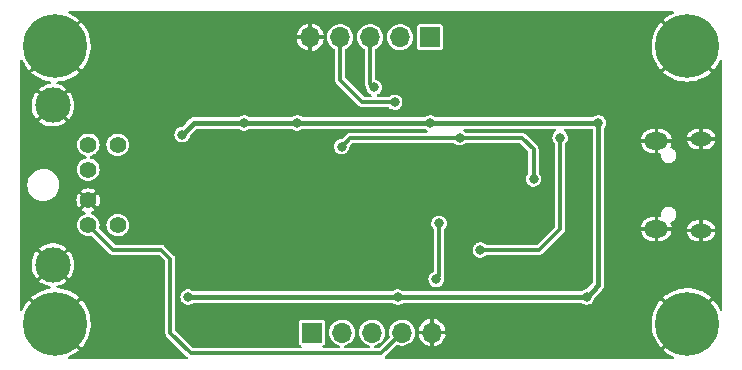
<source format=gbr>
%TF.GenerationSoftware,KiCad,Pcbnew,(6.0.7)*%
%TF.CreationDate,2023-03-28T22:24:35-04:00*%
%TF.ProjectId,minirib-usb,6d696e69-7269-4622-9d75-73622e6b6963,D*%
%TF.SameCoordinates,Original*%
%TF.FileFunction,Copper,L2,Bot*%
%TF.FilePolarity,Positive*%
%FSLAX46Y46*%
G04 Gerber Fmt 4.6, Leading zero omitted, Abs format (unit mm)*
G04 Created by KiCad (PCBNEW (6.0.7)) date 2023-03-28 22:24:35*
%MOMM*%
%LPD*%
G01*
G04 APERTURE LIST*
%TA.AperFunction,ConnectorPad*%
%ADD10C,5.400000*%
%TD*%
%TA.AperFunction,ComponentPad*%
%ADD11C,3.100000*%
%TD*%
%TA.AperFunction,ComponentPad*%
%ADD12O,1.800000X1.150000*%
%TD*%
%TA.AperFunction,ComponentPad*%
%ADD13O,2.000000X1.450000*%
%TD*%
%TA.AperFunction,ComponentPad*%
%ADD14R,1.700000X1.700000*%
%TD*%
%TA.AperFunction,ComponentPad*%
%ADD15O,1.700000X1.700000*%
%TD*%
%TA.AperFunction,ComponentPad*%
%ADD16C,1.400000*%
%TD*%
%TA.AperFunction,ComponentPad*%
%ADD17C,3.000000*%
%TD*%
%TA.AperFunction,ViaPad*%
%ADD18C,0.800000*%
%TD*%
%TA.AperFunction,Conductor*%
%ADD19C,0.450000*%
%TD*%
%TA.AperFunction,Conductor*%
%ADD20C,0.350000*%
%TD*%
G04 APERTURE END LIST*
D10*
%TO.P,H4,1,1*%
%TO.N,GND*%
X103250000Y-116750000D03*
D11*
X103250000Y-116750000D03*
%TD*%
%TO.P,H1,1,1*%
%TO.N,GND*%
X156750000Y-93250000D03*
D10*
X156750000Y-93250000D03*
%TD*%
D11*
%TO.P,H2,1,1*%
%TO.N,GND*%
X156750000Y-116750000D03*
D10*
X156750000Y-116750000D03*
%TD*%
D12*
%TO.P,J1,6,Shield*%
%TO.N,GND*%
X157950000Y-101125000D03*
D13*
X154150000Y-101275000D03*
D12*
X157950000Y-108875000D03*
D13*
X154150000Y-108725000D03*
%TD*%
D14*
%TO.P,J4,1,Pin_1*%
%TO.N,BUS-*%
X125000000Y-117500000D03*
D15*
%TO.P,J4,2,Pin_2*%
%TO.N,BUS+*%
X127540000Y-117500000D03*
%TO.P,J4,3,Pin_3*%
%TO.N,~{BUSY}*%
X130080000Y-117500000D03*
%TO.P,J4,4,Pin_4*%
%TO.N,BUSY*%
X132620000Y-117500000D03*
%TO.P,J4,5,Pin_5*%
%TO.N,GND*%
X135160000Y-117500000D03*
%TD*%
D11*
%TO.P,H3,1,1*%
%TO.N,GND*%
X103250000Y-93250000D03*
D10*
X103250000Y-93250000D03*
%TD*%
D14*
%TO.P,J3,1,Pin_1*%
%TO.N,TXD*%
X135000000Y-92500000D03*
D15*
%TO.P,J3,2,Pin_2*%
%TO.N,RXD*%
X132460000Y-92500000D03*
%TO.P,J3,3,Pin_3*%
%TO.N,BUSY*%
X129920000Y-92500000D03*
%TO.P,J3,4,Pin_4*%
%TO.N,~{DTR}*%
X127380000Y-92500000D03*
%TO.P,J3,5,Pin_5*%
%TO.N,GND*%
X124840000Y-92500000D03*
%TD*%
D16*
%TO.P,J2,1*%
%TO.N,GND*%
X106050000Y-106300000D03*
%TO.P,J2,2*%
%TO.N,BIAS*%
X106050000Y-103700000D03*
%TO.P,J2,3*%
%TO.N,BUSY*%
X106050000Y-108400000D03*
%TO.P,J2,4*%
%TO.N,~{BUSY}*%
X106050000Y-101600000D03*
%TO.P,J2,5*%
%TO.N,BUS+*%
X108550000Y-108400000D03*
%TO.P,J2,6*%
%TO.N,BUS-*%
X108550000Y-101600000D03*
D17*
%TO.P,J2,SH*%
%TO.N,GND*%
X103050000Y-111750000D03*
X103050000Y-98250000D03*
%TD*%
D18*
%TO.N,GND*%
X137250000Y-108250000D03*
X128250000Y-108000000D03*
X116000000Y-103750000D03*
X123000000Y-98250000D03*
X120500000Y-94000000D03*
X120500000Y-92750000D03*
X108000000Y-106750000D03*
X132500000Y-96500000D03*
X116250000Y-109750000D03*
X137750000Y-91750000D03*
X142250000Y-108750000D03*
X116000000Y-106250000D03*
X109250000Y-106750000D03*
X134250000Y-108250000D03*
X121750000Y-95250000D03*
X124250000Y-97000000D03*
X129250000Y-107000000D03*
X142250000Y-106000000D03*
X143500000Y-108750000D03*
X140250000Y-91750000D03*
X139000000Y-93000000D03*
X120500000Y-95250000D03*
X133750000Y-96500000D03*
X126250000Y-106500000D03*
X109250000Y-105500000D03*
X125500000Y-97000000D03*
X120500000Y-91500000D03*
X125500000Y-98250000D03*
X125750000Y-111250000D03*
X129250000Y-102000000D03*
X132500000Y-95250000D03*
X132750000Y-108000000D03*
X140250000Y-94250000D03*
X120500000Y-96500000D03*
X121750000Y-94000000D03*
X140250000Y-93000000D03*
X124250000Y-98250000D03*
X108000000Y-105500000D03*
X139000000Y-91750000D03*
X142500000Y-102500000D03*
X126750000Y-98250000D03*
%TO.N,+5V*%
X148250000Y-114500000D03*
X123750000Y-99750000D03*
X132250000Y-114500000D03*
X135000000Y-99750000D03*
X119250000Y-99750000D03*
X114000000Y-100750000D03*
X114500000Y-114500000D03*
X149250000Y-99750000D03*
%TO.N,TXD*%
X146000000Y-101000000D03*
X139250000Y-110500000D03*
%TO.N,RXD*%
X143750000Y-104500000D03*
X137500000Y-101000000D03*
X127500000Y-101750000D03*
%TO.N,~{BUSY}*%
X135750000Y-108250000D03*
X135500000Y-113000000D03*
%TO.N,BUSY*%
X130250000Y-96750000D03*
%TO.N,~{DTR}*%
X132000000Y-98000000D03*
%TD*%
D19*
%TO.N,+5V*%
X132250000Y-114500000D02*
X114500000Y-114500000D01*
X135000000Y-99750000D02*
X123750000Y-99750000D01*
X149250000Y-99750000D02*
X135000000Y-99750000D01*
X123750000Y-99750000D02*
X119250000Y-99750000D01*
X148750000Y-114000000D02*
X148250000Y-114500000D01*
X148250000Y-114500000D02*
X132250000Y-114500000D01*
X149250000Y-113500000D02*
X148750000Y-114000000D01*
X119250000Y-99750000D02*
X115000000Y-99750000D01*
X149250000Y-99750000D02*
X149250000Y-113500000D01*
X115000000Y-99750000D02*
X114000000Y-100750000D01*
D20*
%TO.N,TXD*%
X139250000Y-110500000D02*
X144250000Y-110500000D01*
X146000000Y-108750000D02*
X146000000Y-101000000D01*
X144250000Y-110500000D02*
X146000000Y-108750000D01*
%TO.N,RXD*%
X128250000Y-101000000D02*
X127500000Y-101750000D01*
X142750000Y-101000000D02*
X137500000Y-101000000D01*
X143750000Y-104500000D02*
X143750000Y-102000000D01*
X143750000Y-102000000D02*
X142750000Y-101000000D01*
X137500000Y-101000000D02*
X128250000Y-101000000D01*
%TO.N,~{BUSY}*%
X135750000Y-112750000D02*
X135750000Y-108250000D01*
X135500000Y-113000000D02*
X135750000Y-112750000D01*
%TO.N,BUSY*%
X130870000Y-119250000D02*
X114750000Y-119250000D01*
X114750000Y-119250000D02*
X113000000Y-117500000D01*
X132620000Y-117500000D02*
X130870000Y-119250000D01*
X113000000Y-111250000D02*
X112250000Y-110500000D01*
X108150000Y-110500000D02*
X106050000Y-108400000D01*
X130250000Y-96750000D02*
X129920000Y-96420000D01*
X112250000Y-110500000D02*
X108150000Y-110500000D01*
X129920000Y-96420000D02*
X129920000Y-92500000D01*
X113000000Y-117500000D02*
X113000000Y-111250000D01*
%TO.N,~{DTR}*%
X132000000Y-98000000D02*
X129250000Y-98000000D01*
X129250000Y-98000000D02*
X127380000Y-96130000D01*
X127380000Y-96130000D02*
X127380000Y-92500000D01*
%TD*%
%TA.AperFunction,Conductor*%
%TO.N,GND*%
G36*
X155581168Y-90270502D02*
G01*
X155627661Y-90324158D01*
X155637765Y-90394432D01*
X155608271Y-90459012D01*
X155567291Y-90490226D01*
X155305568Y-90615062D01*
X155299210Y-90618557D01*
X155012296Y-90798538D01*
X155006368Y-90802751D01*
X154745318Y-91011890D01*
X154739293Y-91023061D01*
X154739447Y-91025067D01*
X154743554Y-91031422D01*
X156737188Y-93025056D01*
X156751132Y-93032670D01*
X156752965Y-93032539D01*
X156759580Y-93028288D01*
X157891271Y-91896597D01*
X157953583Y-91862571D01*
X158024398Y-91867636D01*
X158069461Y-91896597D01*
X158103403Y-91930539D01*
X158137429Y-91992851D01*
X158132364Y-92063666D01*
X158103403Y-92108729D01*
X156974944Y-93237188D01*
X156967330Y-93251132D01*
X156967461Y-93252965D01*
X156971712Y-93259580D01*
X158963612Y-95251480D01*
X158976966Y-95258772D01*
X158986939Y-95251717D01*
X159160207Y-95044489D01*
X159164523Y-95038678D01*
X159350492Y-94755568D01*
X159354106Y-94749306D01*
X159506297Y-94446711D01*
X159507863Y-94443091D01*
X159553275Y-94388517D01*
X159620982Y-94367158D01*
X159689489Y-94385795D01*
X159737045Y-94438511D01*
X159749500Y-94493133D01*
X159749500Y-115518932D01*
X159729498Y-115587053D01*
X159675842Y-115633546D01*
X159605568Y-115643650D01*
X159540988Y-115614156D01*
X159507603Y-115568367D01*
X159443112Y-115417171D01*
X159439895Y-115410688D01*
X159272067Y-115116454D01*
X159268135Y-115110399D01*
X159067600Y-114837405D01*
X159062990Y-114831832D01*
X158987325Y-114750408D01*
X158973674Y-114742291D01*
X158973068Y-114742312D01*
X158964587Y-114747545D01*
X156974944Y-116737188D01*
X156967330Y-116751132D01*
X156967461Y-116752965D01*
X156971712Y-116759580D01*
X158103403Y-117891271D01*
X158137429Y-117953583D01*
X158132364Y-118024398D01*
X158103403Y-118069461D01*
X158069461Y-118103403D01*
X158007149Y-118137429D01*
X157936334Y-118132364D01*
X157891271Y-118103403D01*
X156762812Y-116974944D01*
X156748868Y-116967330D01*
X156747035Y-116967461D01*
X156740420Y-116971712D01*
X154750131Y-118962001D01*
X154742517Y-118975945D01*
X154742535Y-118976196D01*
X154748451Y-118984943D01*
X154856157Y-119082948D01*
X154861781Y-119087503D01*
X155136845Y-119285156D01*
X155142975Y-119289046D01*
X155438923Y-119453769D01*
X155445443Y-119456921D01*
X155566564Y-119507091D01*
X155621845Y-119551639D01*
X155644266Y-119619003D01*
X155626708Y-119687794D01*
X155574746Y-119736172D01*
X155518346Y-119749500D01*
X131276438Y-119749500D01*
X131208317Y-119729498D01*
X131161824Y-119675842D01*
X131151720Y-119605568D01*
X131181214Y-119540988D01*
X131187343Y-119534405D01*
X132142895Y-118578853D01*
X132205207Y-118544827D01*
X132270927Y-118548115D01*
X132273160Y-118548841D01*
X132278470Y-118551122D01*
X132284102Y-118552396D01*
X132284107Y-118552398D01*
X132445180Y-118588845D01*
X132475740Y-118595760D01*
X132481509Y-118595987D01*
X132481512Y-118595987D01*
X132557683Y-118598979D01*
X132677842Y-118603700D01*
X132764132Y-118591189D01*
X132872286Y-118575508D01*
X132872291Y-118575507D01*
X132878007Y-118574678D01*
X132883479Y-118572820D01*
X132883481Y-118572820D01*
X133064067Y-118511519D01*
X133064069Y-118511518D01*
X133069531Y-118509664D01*
X133246001Y-118410837D01*
X133308433Y-118358913D01*
X133397073Y-118285191D01*
X133401505Y-118281505D01*
X133530837Y-118126001D01*
X133629664Y-117949531D01*
X133694678Y-117758007D01*
X133695507Y-117752291D01*
X133695508Y-117752286D01*
X133708076Y-117665603D01*
X134018305Y-117665603D01*
X134018914Y-117674901D01*
X134020715Y-117686273D01*
X134069896Y-117879923D01*
X134073737Y-117890769D01*
X134157386Y-118072218D01*
X134163137Y-118082179D01*
X134278455Y-118245350D01*
X134285921Y-118254092D01*
X134429047Y-118393520D01*
X134437981Y-118400754D01*
X134604112Y-118511760D01*
X134614225Y-118517251D01*
X134797805Y-118596123D01*
X134808738Y-118599675D01*
X134998700Y-118642658D01*
X135007300Y-118640491D01*
X135007666Y-118640100D01*
X135010000Y-118630291D01*
X135010000Y-118622244D01*
X135310000Y-118622244D01*
X135313966Y-118635750D01*
X135327966Y-118637754D01*
X135423898Y-118623845D01*
X135435081Y-118621160D01*
X135624283Y-118556934D01*
X135634786Y-118552258D01*
X135809124Y-118454625D01*
X135818596Y-118448115D01*
X135972219Y-118320348D01*
X135980348Y-118312219D01*
X136108115Y-118158596D01*
X136114625Y-118149124D01*
X136212258Y-117974786D01*
X136216934Y-117964283D01*
X136281160Y-117775081D01*
X136283845Y-117763898D01*
X136297759Y-117667929D01*
X136295773Y-117653993D01*
X136282205Y-117650000D01*
X135328115Y-117650000D01*
X135312876Y-117654475D01*
X135311671Y-117655865D01*
X135310000Y-117663548D01*
X135310000Y-118622244D01*
X135010000Y-118622244D01*
X135010000Y-117668115D01*
X135005525Y-117652876D01*
X135004135Y-117651671D01*
X134996452Y-117650000D01*
X134035397Y-117650000D01*
X134020357Y-117654416D01*
X134018305Y-117665603D01*
X133708076Y-117665603D01*
X133714401Y-117621976D01*
X133723700Y-117557842D01*
X133725215Y-117500000D01*
X133709779Y-117332012D01*
X134021773Y-117332012D01*
X134024215Y-117346431D01*
X134036957Y-117350000D01*
X134991885Y-117350000D01*
X135007124Y-117345525D01*
X135008329Y-117344135D01*
X135010000Y-117336452D01*
X135010000Y-117331885D01*
X135310000Y-117331885D01*
X135314475Y-117347124D01*
X135315865Y-117348329D01*
X135323548Y-117350000D01*
X136283029Y-117350000D01*
X136297574Y-117345729D01*
X136299637Y-117333595D01*
X136296117Y-117295285D01*
X136294020Y-117283971D01*
X136239785Y-117091670D01*
X136235663Y-117080931D01*
X136147292Y-116901733D01*
X136141282Y-116891925D01*
X136021731Y-116731827D01*
X136014041Y-116723287D01*
X135944755Y-116659239D01*
X153746494Y-116659239D01*
X153755360Y-116997834D01*
X153755966Y-117005050D01*
X153803693Y-117340391D01*
X153805122Y-117347480D01*
X153891074Y-117675110D01*
X153893314Y-117682005D01*
X154016348Y-117997571D01*
X154019373Y-118004177D01*
X154177857Y-118303501D01*
X154181616Y-118309709D01*
X154373461Y-118588845D01*
X154377906Y-118594574D01*
X154512940Y-118749367D01*
X154526112Y-118757771D01*
X154535965Y-118751903D01*
X156525056Y-116762812D01*
X156532670Y-116748868D01*
X156532539Y-116747035D01*
X156528288Y-116740420D01*
X154535880Y-114748012D01*
X154521936Y-114740398D01*
X154520277Y-114740516D01*
X154513424Y-114744946D01*
X154498405Y-114760123D01*
X154493611Y-114765561D01*
X154284618Y-115032101D01*
X154280483Y-115038050D01*
X154103503Y-115326855D01*
X154100082Y-115333234D01*
X153957468Y-115640472D01*
X153954808Y-115647191D01*
X153848451Y-115968782D01*
X153846575Y-115975785D01*
X153777889Y-116307458D01*
X153776832Y-116314619D01*
X153746722Y-116651987D01*
X153746494Y-116659239D01*
X135944755Y-116659239D01*
X135867315Y-116587654D01*
X135858190Y-116580653D01*
X135689209Y-116474034D01*
X135678965Y-116468814D01*
X135493385Y-116394775D01*
X135482347Y-116391505D01*
X135327770Y-116360759D01*
X135314894Y-116361911D01*
X135310000Y-116377064D01*
X135310000Y-117331885D01*
X135010000Y-117331885D01*
X135010000Y-116376952D01*
X135006194Y-116363990D01*
X134991279Y-116362054D01*
X134866780Y-116383447D01*
X134855660Y-116386427D01*
X134668207Y-116455582D01*
X134657829Y-116460532D01*
X134486119Y-116562688D01*
X134476807Y-116569453D01*
X134326587Y-116701194D01*
X134318670Y-116709537D01*
X134194975Y-116866443D01*
X134188704Y-116876100D01*
X134095679Y-117052912D01*
X134091273Y-117063549D01*
X134032025Y-117254356D01*
X134029632Y-117265614D01*
X134021773Y-117332012D01*
X133709779Y-117332012D01*
X133706708Y-117298591D01*
X133701055Y-117278545D01*
X133653376Y-117109490D01*
X133651807Y-117103926D01*
X133562351Y-116922527D01*
X133546824Y-116901733D01*
X133444788Y-116765091D01*
X133444787Y-116765090D01*
X133441335Y-116760467D01*
X133437099Y-116756551D01*
X133297053Y-116627094D01*
X133297051Y-116627092D01*
X133292812Y-116623174D01*
X133265374Y-116605862D01*
X133126637Y-116518325D01*
X133121757Y-116515246D01*
X132933898Y-116440298D01*
X132735526Y-116400839D01*
X132729752Y-116400763D01*
X132729748Y-116400763D01*
X132627257Y-116399422D01*
X132533286Y-116398192D01*
X132527589Y-116399171D01*
X132527588Y-116399171D01*
X132339646Y-116431465D01*
X132339645Y-116431465D01*
X132333949Y-116432444D01*
X132144193Y-116502449D01*
X132139232Y-116505401D01*
X132139231Y-116505401D01*
X132012744Y-116580653D01*
X131970371Y-116605862D01*
X131818305Y-116739220D01*
X131693089Y-116898057D01*
X131598914Y-117077053D01*
X131538937Y-117270213D01*
X131515164Y-117471069D01*
X131528392Y-117672894D01*
X131529815Y-117678496D01*
X131574950Y-117856220D01*
X131572331Y-117927169D01*
X131541922Y-117976330D01*
X130730657Y-118787595D01*
X130668345Y-118821621D01*
X130641562Y-118824500D01*
X130359728Y-118824500D01*
X130291607Y-118804498D01*
X130245114Y-118750842D01*
X130235010Y-118680568D01*
X130264504Y-118615988D01*
X130330313Y-118575982D01*
X130332294Y-118575506D01*
X130338007Y-118574678D01*
X130519521Y-118513062D01*
X130524067Y-118511519D01*
X130524069Y-118511518D01*
X130529531Y-118509664D01*
X130706001Y-118410837D01*
X130768433Y-118358913D01*
X130857073Y-118285191D01*
X130861505Y-118281505D01*
X130990837Y-118126001D01*
X131089664Y-117949531D01*
X131154678Y-117758007D01*
X131155507Y-117752291D01*
X131155508Y-117752286D01*
X131174401Y-117621976D01*
X131183700Y-117557842D01*
X131185215Y-117500000D01*
X131166708Y-117298591D01*
X131161055Y-117278545D01*
X131113376Y-117109490D01*
X131111807Y-117103926D01*
X131022351Y-116922527D01*
X131006824Y-116901733D01*
X130904788Y-116765091D01*
X130904787Y-116765090D01*
X130901335Y-116760467D01*
X130897099Y-116756551D01*
X130757053Y-116627094D01*
X130757051Y-116627092D01*
X130752812Y-116623174D01*
X130725374Y-116605862D01*
X130586637Y-116518325D01*
X130581757Y-116515246D01*
X130393898Y-116440298D01*
X130195526Y-116400839D01*
X130189752Y-116400763D01*
X130189748Y-116400763D01*
X130087257Y-116399422D01*
X129993286Y-116398192D01*
X129987589Y-116399171D01*
X129987588Y-116399171D01*
X129799646Y-116431465D01*
X129799645Y-116431465D01*
X129793949Y-116432444D01*
X129604193Y-116502449D01*
X129599232Y-116505401D01*
X129599231Y-116505401D01*
X129472744Y-116580653D01*
X129430371Y-116605862D01*
X129278305Y-116739220D01*
X129153089Y-116898057D01*
X129058914Y-117077053D01*
X128998937Y-117270213D01*
X128975164Y-117471069D01*
X128988392Y-117672894D01*
X128999083Y-117714991D01*
X129034951Y-117856220D01*
X129038178Y-117868928D01*
X129122856Y-118052607D01*
X129239588Y-118217780D01*
X129243730Y-118221815D01*
X129278379Y-118255568D01*
X129384466Y-118358913D01*
X129552637Y-118471282D01*
X129557940Y-118473560D01*
X129557943Y-118473562D01*
X129709506Y-118538678D01*
X129738470Y-118551122D01*
X129829841Y-118571797D01*
X129846677Y-118575607D01*
X129908704Y-118610150D01*
X129942208Y-118672744D01*
X129936554Y-118743515D01*
X129893535Y-118799994D01*
X129826810Y-118824249D01*
X129818869Y-118824500D01*
X127819728Y-118824500D01*
X127751607Y-118804498D01*
X127705114Y-118750842D01*
X127695010Y-118680568D01*
X127724504Y-118615988D01*
X127790313Y-118575982D01*
X127792294Y-118575506D01*
X127798007Y-118574678D01*
X127979521Y-118513062D01*
X127984067Y-118511519D01*
X127984069Y-118511518D01*
X127989531Y-118509664D01*
X128166001Y-118410837D01*
X128228433Y-118358913D01*
X128317073Y-118285191D01*
X128321505Y-118281505D01*
X128450837Y-118126001D01*
X128549664Y-117949531D01*
X128614678Y-117758007D01*
X128615507Y-117752291D01*
X128615508Y-117752286D01*
X128634401Y-117621976D01*
X128643700Y-117557842D01*
X128645215Y-117500000D01*
X128626708Y-117298591D01*
X128621055Y-117278545D01*
X128573376Y-117109490D01*
X128571807Y-117103926D01*
X128482351Y-116922527D01*
X128466824Y-116901733D01*
X128364788Y-116765091D01*
X128364787Y-116765090D01*
X128361335Y-116760467D01*
X128357099Y-116756551D01*
X128217053Y-116627094D01*
X128217051Y-116627092D01*
X128212812Y-116623174D01*
X128185374Y-116605862D01*
X128046637Y-116518325D01*
X128041757Y-116515246D01*
X127853898Y-116440298D01*
X127655526Y-116400839D01*
X127649752Y-116400763D01*
X127649748Y-116400763D01*
X127547257Y-116399422D01*
X127453286Y-116398192D01*
X127447589Y-116399171D01*
X127447588Y-116399171D01*
X127259646Y-116431465D01*
X127259645Y-116431465D01*
X127253949Y-116432444D01*
X127064193Y-116502449D01*
X127059232Y-116505401D01*
X127059231Y-116505401D01*
X126932744Y-116580653D01*
X126890371Y-116605862D01*
X126738305Y-116739220D01*
X126613089Y-116898057D01*
X126518914Y-117077053D01*
X126458937Y-117270213D01*
X126435164Y-117471069D01*
X126448392Y-117672894D01*
X126459083Y-117714991D01*
X126494951Y-117856220D01*
X126498178Y-117868928D01*
X126582856Y-118052607D01*
X126699588Y-118217780D01*
X126703730Y-118221815D01*
X126738379Y-118255568D01*
X126844466Y-118358913D01*
X127012637Y-118471282D01*
X127017940Y-118473560D01*
X127017943Y-118473562D01*
X127169506Y-118538678D01*
X127198470Y-118551122D01*
X127289841Y-118571797D01*
X127306677Y-118575607D01*
X127368704Y-118610150D01*
X127402208Y-118672744D01*
X127396554Y-118743515D01*
X127353535Y-118799994D01*
X127286810Y-118824249D01*
X127278869Y-118824500D01*
X125998987Y-118824500D01*
X125930866Y-118804498D01*
X125884373Y-118750842D01*
X125874269Y-118680568D01*
X125903763Y-118615988D01*
X125944504Y-118586610D01*
X125947740Y-118585966D01*
X126030601Y-118530601D01*
X126085966Y-118447740D01*
X126100500Y-118374674D01*
X126100500Y-116625326D01*
X126085966Y-116552260D01*
X126030601Y-116469399D01*
X125947740Y-116414034D01*
X125874674Y-116399500D01*
X124125326Y-116399500D01*
X124052260Y-116414034D01*
X123969399Y-116469399D01*
X123914034Y-116552260D01*
X123899500Y-116625326D01*
X123899500Y-118374674D01*
X123914034Y-118447740D01*
X123969399Y-118530601D01*
X124052260Y-118585966D01*
X124054622Y-118586436D01*
X124104511Y-118626639D01*
X124126933Y-118694002D01*
X124109375Y-118762793D01*
X124057414Y-118811172D01*
X124001013Y-118824500D01*
X114978438Y-118824500D01*
X114910317Y-118804498D01*
X114889343Y-118787595D01*
X113462405Y-117360657D01*
X113428379Y-117298345D01*
X113425500Y-117271562D01*
X113425500Y-112993138D01*
X134844758Y-112993138D01*
X134862035Y-113149633D01*
X134916143Y-113297490D01*
X134920380Y-113303796D01*
X134920382Y-113303799D01*
X134944673Y-113339947D01*
X135003958Y-113428172D01*
X135120410Y-113534135D01*
X135166802Y-113559324D01*
X135252099Y-113605637D01*
X135252101Y-113605638D01*
X135258776Y-113609262D01*
X135266125Y-113611190D01*
X135403719Y-113647287D01*
X135403721Y-113647287D01*
X135411069Y-113649215D01*
X135494380Y-113650524D01*
X135560898Y-113651569D01*
X135560901Y-113651569D01*
X135568495Y-113651688D01*
X135721968Y-113616538D01*
X135862625Y-113545795D01*
X135894985Y-113518157D01*
X135976574Y-113448474D01*
X135976576Y-113448471D01*
X135982348Y-113443542D01*
X136074224Y-113315683D01*
X136132950Y-113169598D01*
X136155134Y-113013723D01*
X136155278Y-113000000D01*
X136149077Y-112948761D01*
X136154332Y-112894685D01*
X136155217Y-112891962D01*
X136159719Y-112883126D01*
X136163472Y-112859429D01*
X136168086Y-112840210D01*
X136175500Y-112817393D01*
X136175500Y-108800182D01*
X136195502Y-108732061D01*
X136219669Y-108704371D01*
X136226576Y-108698472D01*
X136226577Y-108698471D01*
X136232348Y-108693542D01*
X136324224Y-108565683D01*
X136382950Y-108419598D01*
X136399991Y-108299860D01*
X136404553Y-108267807D01*
X136404553Y-108267804D01*
X136405134Y-108263723D01*
X136405278Y-108250000D01*
X136386363Y-108093694D01*
X136367841Y-108044677D01*
X136333394Y-107953514D01*
X136333393Y-107953511D01*
X136330710Y-107946412D01*
X136241531Y-107816657D01*
X136173698Y-107756220D01*
X136129648Y-107716972D01*
X136129645Y-107716970D01*
X136123976Y-107711919D01*
X135984831Y-107638245D01*
X135968122Y-107634048D01*
X135839498Y-107601740D01*
X135839496Y-107601740D01*
X135832128Y-107599889D01*
X135824530Y-107599849D01*
X135824528Y-107599849D01*
X135757319Y-107599497D01*
X135674684Y-107599065D01*
X135667305Y-107600837D01*
X135667301Y-107600837D01*
X135528967Y-107634048D01*
X135528963Y-107634049D01*
X135521588Y-107635820D01*
X135514843Y-107639301D01*
X135514844Y-107639301D01*
X135388571Y-107704475D01*
X135381679Y-107708032D01*
X135375957Y-107713024D01*
X135375955Y-107713025D01*
X135268759Y-107806538D01*
X135268756Y-107806541D01*
X135263034Y-107811533D01*
X135224275Y-107866682D01*
X135188250Y-107917940D01*
X135172501Y-107940348D01*
X135115309Y-108087039D01*
X135114318Y-108094568D01*
X135097531Y-108222078D01*
X135094758Y-108243138D01*
X135112035Y-108399633D01*
X135166143Y-108547490D01*
X135170380Y-108553796D01*
X135170382Y-108553799D01*
X135205111Y-108605481D01*
X135253958Y-108678172D01*
X135282751Y-108704371D01*
X135283299Y-108704870D01*
X135320222Y-108765510D01*
X135324500Y-108798064D01*
X135324500Y-112281750D01*
X135304498Y-112349871D01*
X135256289Y-112393716D01*
X135138430Y-112454547D01*
X135138427Y-112454549D01*
X135131679Y-112458032D01*
X135125957Y-112463024D01*
X135125955Y-112463025D01*
X135018759Y-112556538D01*
X135018756Y-112556541D01*
X135013034Y-112561533D01*
X134922501Y-112690348D01*
X134865309Y-112837039D01*
X134844758Y-112993138D01*
X113425500Y-112993138D01*
X113425500Y-111182607D01*
X113418086Y-111159790D01*
X113413472Y-111140570D01*
X113411270Y-111126668D01*
X113409719Y-111116874D01*
X113398828Y-111095498D01*
X113391264Y-111077237D01*
X113386914Y-111063851D01*
X113386913Y-111063850D01*
X113383849Y-111054419D01*
X113377584Y-111045795D01*
X113369749Y-111035012D01*
X113359421Y-111018159D01*
X113348528Y-110996780D01*
X112503220Y-110151472D01*
X112481837Y-110140577D01*
X112464991Y-110130253D01*
X112453604Y-110121980D01*
X112445581Y-110116151D01*
X112436150Y-110113087D01*
X112436147Y-110113085D01*
X112422763Y-110108736D01*
X112404502Y-110101172D01*
X112391964Y-110094784D01*
X112391963Y-110094784D01*
X112383126Y-110090281D01*
X112359429Y-110086528D01*
X112340210Y-110081914D01*
X112317393Y-110074500D01*
X108378438Y-110074500D01*
X108310317Y-110054498D01*
X108289343Y-110037595D01*
X107006932Y-108755184D01*
X106972906Y-108692872D01*
X106976468Y-108626320D01*
X106979417Y-108617455D01*
X106979418Y-108617451D01*
X106981364Y-108611601D01*
X106992739Y-108521562D01*
X107004285Y-108430170D01*
X107004286Y-108430163D01*
X107004727Y-108426668D01*
X107005099Y-108400000D01*
X107003791Y-108386665D01*
X107594994Y-108386665D01*
X107595510Y-108392809D01*
X107606529Y-108524025D01*
X107610592Y-108572414D01*
X107612291Y-108578339D01*
X107659323Y-108742360D01*
X107661971Y-108751595D01*
X107664790Y-108757080D01*
X107727591Y-108879276D01*
X107747176Y-108917385D01*
X107862959Y-109063468D01*
X108004912Y-109184279D01*
X108167627Y-109275217D01*
X108344907Y-109332819D01*
X108529998Y-109354890D01*
X108536133Y-109354418D01*
X108536135Y-109354418D01*
X108709710Y-109341062D01*
X108709715Y-109341061D01*
X108715851Y-109340589D01*
X108721781Y-109338933D01*
X108721783Y-109338933D01*
X108877246Y-109295527D01*
X108895387Y-109290462D01*
X109061768Y-109206417D01*
X109079675Y-109192427D01*
X109203794Y-109095454D01*
X109203795Y-109095453D01*
X109208655Y-109091656D01*
X109330454Y-108950550D01*
X109338635Y-108936150D01*
X109400738Y-108826827D01*
X109422526Y-108788474D01*
X109481364Y-108611601D01*
X109492739Y-108521562D01*
X109504285Y-108430170D01*
X109504286Y-108430163D01*
X109504727Y-108426668D01*
X109505099Y-108400000D01*
X109486909Y-108214487D01*
X109485128Y-108208588D01*
X109485127Y-108208583D01*
X109434814Y-108041939D01*
X109433033Y-108036040D01*
X109378847Y-107934131D01*
X109348416Y-107876898D01*
X109348414Y-107876895D01*
X109345522Y-107871456D01*
X109341632Y-107866686D01*
X109341629Y-107866682D01*
X109231605Y-107731780D01*
X109231602Y-107731777D01*
X109227710Y-107727005D01*
X109222056Y-107722327D01*
X109134184Y-107649633D01*
X109084085Y-107608187D01*
X108920116Y-107519529D01*
X108785978Y-107478007D01*
X108747936Y-107466231D01*
X108747933Y-107466230D01*
X108742049Y-107464409D01*
X108735924Y-107463765D01*
X108735923Y-107463765D01*
X108562796Y-107445568D01*
X108562795Y-107445568D01*
X108556668Y-107444924D01*
X108489398Y-107451046D01*
X108377171Y-107461259D01*
X108377168Y-107461260D01*
X108371032Y-107461818D01*
X108365122Y-107463557D01*
X108365119Y-107463558D01*
X108227257Y-107504134D01*
X108192214Y-107514448D01*
X108027023Y-107600807D01*
X107881752Y-107717608D01*
X107761935Y-107860401D01*
X107758971Y-107865793D01*
X107758968Y-107865797D01*
X107696685Y-107979089D01*
X107672135Y-108023746D01*
X107670274Y-108029613D01*
X107670273Y-108029615D01*
X107631926Y-108150500D01*
X107615772Y-108201424D01*
X107594994Y-108386665D01*
X107003791Y-108386665D01*
X106986909Y-108214487D01*
X106985128Y-108208588D01*
X106985127Y-108208583D01*
X106934814Y-108041939D01*
X106933033Y-108036040D01*
X106878847Y-107934131D01*
X106848416Y-107876898D01*
X106848414Y-107876895D01*
X106845522Y-107871456D01*
X106841632Y-107866686D01*
X106841629Y-107866682D01*
X106731605Y-107731780D01*
X106731602Y-107731777D01*
X106727710Y-107727005D01*
X106722056Y-107722327D01*
X106634184Y-107649633D01*
X106584085Y-107608187D01*
X106420116Y-107519529D01*
X106398078Y-107512707D01*
X106345730Y-107496503D01*
X106286570Y-107457252D01*
X106258022Y-107392248D01*
X106269150Y-107322129D01*
X106316421Y-107269158D01*
X106349103Y-107254780D01*
X106407433Y-107238494D01*
X106418881Y-107234053D01*
X106582919Y-107151193D01*
X106593278Y-107144618D01*
X106629082Y-107116645D01*
X106637553Y-107104830D01*
X106631017Y-107093149D01*
X106062812Y-106524944D01*
X106048868Y-106517330D01*
X106047035Y-106517461D01*
X106040420Y-106521712D01*
X105467989Y-107094143D01*
X105460614Y-107107650D01*
X105467444Y-107117395D01*
X105471831Y-107121129D01*
X105481907Y-107128131D01*
X105642334Y-107217790D01*
X105653575Y-107222701D01*
X105755962Y-107255969D01*
X105814568Y-107296043D01*
X105842205Y-107361439D01*
X105830098Y-107431396D01*
X105782092Y-107483702D01*
X105752609Y-107496672D01*
X105692214Y-107514448D01*
X105527023Y-107600807D01*
X105381752Y-107717608D01*
X105261935Y-107860401D01*
X105258971Y-107865793D01*
X105258968Y-107865797D01*
X105196685Y-107979089D01*
X105172135Y-108023746D01*
X105170274Y-108029613D01*
X105170273Y-108029615D01*
X105131926Y-108150500D01*
X105115772Y-108201424D01*
X105094994Y-108386665D01*
X105095510Y-108392809D01*
X105106529Y-108524025D01*
X105110592Y-108572414D01*
X105112291Y-108578339D01*
X105159323Y-108742360D01*
X105161971Y-108751595D01*
X105164790Y-108757080D01*
X105227591Y-108879276D01*
X105247176Y-108917385D01*
X105362959Y-109063468D01*
X105504912Y-109184279D01*
X105667627Y-109275217D01*
X105844907Y-109332819D01*
X106029998Y-109354890D01*
X106036133Y-109354418D01*
X106036135Y-109354418D01*
X106209708Y-109341062D01*
X106209711Y-109341061D01*
X106215851Y-109340589D01*
X106221785Y-109338932D01*
X106221792Y-109338931D01*
X106280168Y-109322632D01*
X106351158Y-109323578D01*
X106403147Y-109354895D01*
X107896780Y-110848528D01*
X107918163Y-110859423D01*
X107935009Y-110869747D01*
X107954419Y-110883849D01*
X107963850Y-110886913D01*
X107963853Y-110886915D01*
X107977237Y-110891264D01*
X107995498Y-110898828D01*
X108008036Y-110905216D01*
X108016874Y-110909719D01*
X108040571Y-110913472D01*
X108059790Y-110918086D01*
X108082607Y-110925500D01*
X112021561Y-110925500D01*
X112089682Y-110945502D01*
X112110656Y-110962404D01*
X112537595Y-111389342D01*
X112571620Y-111451655D01*
X112574500Y-111478438D01*
X112574500Y-117567393D01*
X112581914Y-117590210D01*
X112586528Y-117609429D01*
X112590281Y-117633126D01*
X112594784Y-117641963D01*
X112594784Y-117641964D01*
X112601172Y-117654502D01*
X112608736Y-117672763D01*
X112613085Y-117686147D01*
X112613087Y-117686150D01*
X112616151Y-117695581D01*
X112621980Y-117703604D01*
X112630253Y-117714991D01*
X112640577Y-117731837D01*
X112651472Y-117753220D01*
X114432657Y-119534405D01*
X114466683Y-119596717D01*
X114461618Y-119667532D01*
X114419071Y-119724368D01*
X114352551Y-119749179D01*
X114343562Y-119749500D01*
X104481363Y-119749500D01*
X104413242Y-119729498D01*
X104366749Y-119675842D01*
X104356645Y-119605568D01*
X104386139Y-119540988D01*
X104430718Y-119508126D01*
X104610962Y-119429005D01*
X104617415Y-119425717D01*
X104909858Y-119254827D01*
X104915891Y-119250818D01*
X105186757Y-119047447D01*
X105192281Y-119042779D01*
X105250134Y-118987879D01*
X105258110Y-118974141D01*
X105258066Y-118973183D01*
X105253106Y-118965238D01*
X103262812Y-116974944D01*
X103248868Y-116967330D01*
X103247035Y-116967461D01*
X103240420Y-116971712D01*
X102108729Y-118103403D01*
X102046417Y-118137429D01*
X101975602Y-118132364D01*
X101930539Y-118103403D01*
X101896597Y-118069461D01*
X101862571Y-118007149D01*
X101867636Y-117936334D01*
X101896597Y-117891271D01*
X103025056Y-116762812D01*
X103031434Y-116751132D01*
X103467330Y-116751132D01*
X103467461Y-116752965D01*
X103471712Y-116759580D01*
X105463612Y-118751480D01*
X105476966Y-118758772D01*
X105486939Y-118751717D01*
X105660207Y-118544489D01*
X105664523Y-118538678D01*
X105850492Y-118255568D01*
X105854106Y-118249306D01*
X106006303Y-117946699D01*
X106009175Y-117940061D01*
X106125578Y-117621976D01*
X106127673Y-117615035D01*
X106206743Y-117285684D01*
X106208027Y-117278545D01*
X106248818Y-116941470D01*
X106249242Y-116935900D01*
X106254996Y-116752797D01*
X106254923Y-116747204D01*
X106235378Y-116408224D01*
X106234546Y-116401035D01*
X106176310Y-116067359D01*
X106174655Y-116060304D01*
X106078458Y-115735549D01*
X106076000Y-115728720D01*
X105943112Y-115417171D01*
X105939895Y-115410688D01*
X105772067Y-115116454D01*
X105768135Y-115110399D01*
X105567600Y-114837405D01*
X105562990Y-114831832D01*
X105487325Y-114750408D01*
X105473674Y-114742291D01*
X105473068Y-114742312D01*
X105464587Y-114747545D01*
X103474944Y-116737188D01*
X103467330Y-116751132D01*
X103031434Y-116751132D01*
X103032670Y-116748868D01*
X103032539Y-116747035D01*
X103028288Y-116740420D01*
X101035880Y-114748012D01*
X101021936Y-114740398D01*
X101020277Y-114740516D01*
X101013424Y-114744946D01*
X100998405Y-114760123D01*
X100993611Y-114765561D01*
X100784618Y-115032101D01*
X100780483Y-115038050D01*
X100603503Y-115326855D01*
X100600082Y-115333234D01*
X100490788Y-115568690D01*
X100443964Y-115622057D01*
X100375721Y-115641638D01*
X100307725Y-115621215D01*
X100261565Y-115567272D01*
X100250500Y-115515640D01*
X100250500Y-114523061D01*
X101239293Y-114523061D01*
X101239447Y-114525067D01*
X101243554Y-114531422D01*
X103237188Y-116525056D01*
X103251132Y-116532670D01*
X103252965Y-116532539D01*
X103259580Y-116528288D01*
X105250726Y-114537142D01*
X105258118Y-114523605D01*
X105251330Y-114513904D01*
X105069627Y-114358715D01*
X105063868Y-114354343D01*
X104782716Y-114165417D01*
X104776494Y-114161737D01*
X104475498Y-114006381D01*
X104468887Y-114003438D01*
X104152041Y-113883712D01*
X104145122Y-113881544D01*
X103816618Y-113799029D01*
X103809494Y-113797670D01*
X103473691Y-113753460D01*
X103473521Y-113753448D01*
X103473480Y-113753433D01*
X103470087Y-113752986D01*
X103470191Y-113752199D01*
X103407048Y-113728512D01*
X103364608Y-113671597D01*
X103359676Y-113600772D01*
X103393818Y-113538523D01*
X103450666Y-113505938D01*
X103633143Y-113457896D01*
X103641963Y-113454859D01*
X103879184Y-113352941D01*
X103887456Y-113348634D01*
X104107005Y-113212774D01*
X104114545Y-113207296D01*
X104198532Y-113136196D01*
X104206970Y-113123393D01*
X104200907Y-113113039D01*
X103062812Y-111974944D01*
X103048868Y-111967330D01*
X103047035Y-111967461D01*
X103040420Y-111971712D01*
X101897363Y-113114769D01*
X101890705Y-113126962D01*
X101899418Y-113138482D01*
X102089700Y-113278002D01*
X102097610Y-113282945D01*
X102326096Y-113403157D01*
X102334659Y-113406880D01*
X102578403Y-113492000D01*
X102587412Y-113494414D01*
X102790036Y-113532883D01*
X102853230Y-113565240D01*
X102888899Y-113626626D01*
X102885718Y-113697552D01*
X102844697Y-113755498D01*
X102786243Y-113781121D01*
X102776359Y-113782686D01*
X102445417Y-113854843D01*
X102438440Y-113856792D01*
X102117989Y-113966506D01*
X102111283Y-113969243D01*
X101805568Y-114115062D01*
X101799210Y-114118557D01*
X101512296Y-114298538D01*
X101506368Y-114302751D01*
X101245318Y-114511890D01*
X101239293Y-114523061D01*
X100250500Y-114523061D01*
X100250500Y-111707420D01*
X101245796Y-111707420D01*
X101258184Y-111965308D01*
X101259321Y-111974568D01*
X101309691Y-112227798D01*
X101312180Y-112236773D01*
X101399427Y-112479775D01*
X101403224Y-112488303D01*
X101525425Y-112715731D01*
X101530436Y-112723597D01*
X101662313Y-112900201D01*
X101673571Y-112908650D01*
X101685990Y-112901878D01*
X102825056Y-111762812D01*
X102831434Y-111751132D01*
X103267330Y-111751132D01*
X103267461Y-111752965D01*
X103271712Y-111759580D01*
X104411884Y-112899752D01*
X104425645Y-112907266D01*
X104435006Y-112900808D01*
X104488487Y-112839825D01*
X104494106Y-112832369D01*
X104633781Y-112615220D01*
X104638224Y-112607036D01*
X104744268Y-112371626D01*
X104747458Y-112362861D01*
X104817540Y-112114372D01*
X104819400Y-112105230D01*
X104852175Y-111847599D01*
X104852656Y-111841313D01*
X104854964Y-111753160D01*
X104854813Y-111746851D01*
X104835566Y-111487849D01*
X104834189Y-111478643D01*
X104777206Y-111226812D01*
X104774482Y-111217901D01*
X104680902Y-110977260D01*
X104676891Y-110968851D01*
X104548771Y-110744689D01*
X104543560Y-110736963D01*
X104436464Y-110601112D01*
X104424539Y-110592641D01*
X104413005Y-110599127D01*
X103274944Y-111737188D01*
X103267330Y-111751132D01*
X102831434Y-111751132D01*
X102832670Y-111748868D01*
X102832539Y-111747035D01*
X102828288Y-111740420D01*
X101688279Y-110600411D01*
X101674970Y-110593143D01*
X101664935Y-110600263D01*
X101583475Y-110698207D01*
X101578054Y-110705807D01*
X101444119Y-110926525D01*
X101439881Y-110934842D01*
X101340040Y-111172935D01*
X101337079Y-111181785D01*
X101273529Y-111432018D01*
X101271907Y-111441215D01*
X101246041Y-111698095D01*
X101245796Y-111707420D01*
X100250500Y-111707420D01*
X100250500Y-110376444D01*
X101892333Y-110376444D01*
X101898048Y-110385916D01*
X103037188Y-111525056D01*
X103051132Y-111532670D01*
X103052965Y-111532539D01*
X103059580Y-111528288D01*
X104201327Y-110386541D01*
X104208941Y-110372597D01*
X104208884Y-110371788D01*
X104203563Y-110363780D01*
X104189355Y-110350415D01*
X104182118Y-110344555D01*
X103969966Y-110197380D01*
X103961940Y-110192652D01*
X103730371Y-110078455D01*
X103721738Y-110074967D01*
X103475831Y-109996252D01*
X103466770Y-109994076D01*
X103211931Y-109952573D01*
X103202644Y-109951761D01*
X102944482Y-109948381D01*
X102935171Y-109948951D01*
X102679341Y-109983768D01*
X102670222Y-109985706D01*
X102422358Y-110057952D01*
X102413605Y-110061224D01*
X102179142Y-110169313D01*
X102170987Y-110173833D01*
X101955067Y-110315396D01*
X101947671Y-110321071D01*
X101900701Y-110362993D01*
X101892333Y-110376444D01*
X100250500Y-110376444D01*
X100250500Y-105000000D01*
X100894341Y-105000000D01*
X100914937Y-105235408D01*
X100916361Y-105240722D01*
X100916361Y-105240723D01*
X100931127Y-105295829D01*
X100976097Y-105463663D01*
X101075965Y-105677829D01*
X101211505Y-105871401D01*
X101378599Y-106038495D01*
X101572171Y-106174035D01*
X101577149Y-106176356D01*
X101577152Y-106176358D01*
X101781355Y-106271580D01*
X101786337Y-106273903D01*
X101791645Y-106275325D01*
X101791647Y-106275326D01*
X102001518Y-106331560D01*
X102014592Y-106335063D01*
X102117682Y-106344082D01*
X102188310Y-106350262D01*
X102188317Y-106350262D01*
X102191034Y-106350500D01*
X102308966Y-106350500D01*
X102311683Y-106350262D01*
X102311690Y-106350262D01*
X102382318Y-106344082D01*
X102485408Y-106335063D01*
X102498482Y-106331560D01*
X102645698Y-106292114D01*
X105045775Y-106292114D01*
X105061153Y-106475252D01*
X105063368Y-106487317D01*
X105114025Y-106663980D01*
X105118543Y-106675392D01*
X105202545Y-106838841D01*
X105209197Y-106849163D01*
X105233098Y-106879319D01*
X105245089Y-106887790D01*
X105256534Y-106881334D01*
X105825056Y-106312812D01*
X105831434Y-106301132D01*
X106267330Y-106301132D01*
X106267461Y-106302965D01*
X106271712Y-106309580D01*
X106844507Y-106882375D01*
X106858133Y-106889816D01*
X106867475Y-106883316D01*
X106874142Y-106873866D01*
X106964919Y-106714068D01*
X106969913Y-106702852D01*
X107027921Y-106528473D01*
X107030641Y-106516502D01*
X107054004Y-106331560D01*
X107054496Y-106324533D01*
X107054790Y-106303523D01*
X107054495Y-106296494D01*
X107036303Y-106110959D01*
X107033920Y-106098924D01*
X106980801Y-105922985D01*
X106976126Y-105911644D01*
X106889849Y-105749380D01*
X106883051Y-105739148D01*
X106867519Y-105720104D01*
X106855174Y-105711640D01*
X106844199Y-105717933D01*
X106274944Y-106287188D01*
X106267330Y-106301132D01*
X105831434Y-106301132D01*
X105832670Y-106298868D01*
X105832539Y-106297035D01*
X105828288Y-106290420D01*
X105256187Y-105718319D01*
X105242802Y-105711010D01*
X105232876Y-105718019D01*
X105224853Y-105727581D01*
X105217927Y-105737695D01*
X105129383Y-105898757D01*
X105124555Y-105910021D01*
X105068981Y-106085213D01*
X105066433Y-106097201D01*
X105045946Y-106279845D01*
X105045775Y-106292114D01*
X102645698Y-106292114D01*
X102708353Y-106275326D01*
X102708355Y-106275325D01*
X102713663Y-106273903D01*
X102718645Y-106271580D01*
X102922848Y-106176358D01*
X102922851Y-106176356D01*
X102927829Y-106174035D01*
X103121401Y-106038495D01*
X103288495Y-105871401D01*
X103291655Y-105866889D01*
X103420878Y-105682339D01*
X103420881Y-105682334D01*
X103424035Y-105677830D01*
X103426358Y-105672848D01*
X103426361Y-105672843D01*
X103509302Y-105494975D01*
X105461942Y-105494975D01*
X105468317Y-105506185D01*
X106037188Y-106075056D01*
X106051132Y-106082670D01*
X106052965Y-106082539D01*
X106059580Y-106078288D01*
X106631385Y-105506483D01*
X106638627Y-105493220D01*
X106631441Y-105483118D01*
X106616642Y-105470875D01*
X106606484Y-105464023D01*
X106444809Y-105376606D01*
X106433504Y-105371854D01*
X106257938Y-105317507D01*
X106245925Y-105315041D01*
X106063143Y-105295829D01*
X106050875Y-105295744D01*
X105867851Y-105312400D01*
X105855799Y-105314699D01*
X105679496Y-105366589D01*
X105668119Y-105371186D01*
X105505245Y-105456334D01*
X105494987Y-105463046D01*
X105470410Y-105482807D01*
X105461942Y-105494975D01*
X103509302Y-105494975D01*
X103521580Y-105468645D01*
X103521581Y-105468644D01*
X103523903Y-105463663D01*
X103568874Y-105295829D01*
X103583639Y-105240723D01*
X103583639Y-105240722D01*
X103585063Y-105235408D01*
X103605659Y-105000000D01*
X103585063Y-104764592D01*
X103555542Y-104654418D01*
X103525326Y-104541647D01*
X103525325Y-104541645D01*
X103523903Y-104536337D01*
X103511434Y-104509598D01*
X103426358Y-104327152D01*
X103426356Y-104327149D01*
X103424035Y-104322171D01*
X103288495Y-104128599D01*
X103121401Y-103961505D01*
X102927829Y-103825965D01*
X102922851Y-103823644D01*
X102922848Y-103823642D01*
X102718645Y-103728420D01*
X102718643Y-103728419D01*
X102713663Y-103726097D01*
X102708355Y-103724675D01*
X102708353Y-103724674D01*
X102566500Y-103686665D01*
X105094994Y-103686665D01*
X105095510Y-103692809D01*
X105106692Y-103825965D01*
X105110592Y-103872414D01*
X105112291Y-103878339D01*
X105160244Y-104045572D01*
X105161971Y-104051595D01*
X105167116Y-104061606D01*
X105233183Y-104190157D01*
X105247176Y-104217385D01*
X105362959Y-104363468D01*
X105504912Y-104484279D01*
X105510290Y-104487285D01*
X105510292Y-104487286D01*
X105586270Y-104529748D01*
X105667627Y-104575217D01*
X105844907Y-104632819D01*
X106029998Y-104654890D01*
X106036133Y-104654418D01*
X106036135Y-104654418D01*
X106209710Y-104641062D01*
X106209715Y-104641061D01*
X106215851Y-104640589D01*
X106221781Y-104638933D01*
X106221783Y-104638933D01*
X106389459Y-104592117D01*
X106389458Y-104592117D01*
X106395387Y-104590462D01*
X106561768Y-104506417D01*
X106569982Y-104500000D01*
X106703794Y-104395454D01*
X106703795Y-104395453D01*
X106708655Y-104391656D01*
X106830454Y-104250550D01*
X106922526Y-104088474D01*
X106981364Y-103911601D01*
X107004727Y-103726668D01*
X107005099Y-103700000D01*
X106986909Y-103514487D01*
X106985128Y-103508588D01*
X106985127Y-103508583D01*
X106934814Y-103341939D01*
X106933033Y-103336040D01*
X106845522Y-103171456D01*
X106841632Y-103166686D01*
X106841629Y-103166682D01*
X106731605Y-103031780D01*
X106731602Y-103031777D01*
X106727710Y-103027005D01*
X106722056Y-103022327D01*
X106588834Y-102912116D01*
X106584085Y-102908187D01*
X106420116Y-102819529D01*
X106317395Y-102787732D01*
X106258435Y-102769481D01*
X106199276Y-102730230D01*
X106170728Y-102665226D01*
X106181856Y-102595107D01*
X106229127Y-102542135D01*
X106261810Y-102527757D01*
X106268712Y-102525830D01*
X106395387Y-102490462D01*
X106561768Y-102406417D01*
X106586255Y-102387286D01*
X106703794Y-102295454D01*
X106703795Y-102295453D01*
X106708655Y-102291656D01*
X106830454Y-102150550D01*
X106835005Y-102142540D01*
X106878665Y-102065683D01*
X106922526Y-101988474D01*
X106981364Y-101811601D01*
X106990013Y-101743138D01*
X107004285Y-101630170D01*
X107004286Y-101630163D01*
X107004727Y-101626668D01*
X107005099Y-101600000D01*
X107003791Y-101586665D01*
X107594994Y-101586665D01*
X107595510Y-101592809D01*
X107608768Y-101750688D01*
X107610592Y-101772414D01*
X107612291Y-101778339D01*
X107654915Y-101926986D01*
X107661971Y-101951595D01*
X107664790Y-101957080D01*
X107740999Y-102105365D01*
X107747176Y-102117385D01*
X107862959Y-102263468D01*
X108004912Y-102384279D01*
X108167627Y-102475217D01*
X108344907Y-102532819D01*
X108529998Y-102554890D01*
X108536133Y-102554418D01*
X108536135Y-102554418D01*
X108709710Y-102541062D01*
X108709715Y-102541061D01*
X108715851Y-102540589D01*
X108721781Y-102538933D01*
X108721783Y-102538933D01*
X108861225Y-102500000D01*
X108895387Y-102490462D01*
X109061768Y-102406417D01*
X109086255Y-102387286D01*
X109203794Y-102295454D01*
X109203795Y-102295453D01*
X109208655Y-102291656D01*
X109330454Y-102150550D01*
X109335005Y-102142540D01*
X109378665Y-102065683D01*
X109422526Y-101988474D01*
X109481364Y-101811601D01*
X109490013Y-101743138D01*
X109504285Y-101630170D01*
X109504286Y-101630163D01*
X109504727Y-101626668D01*
X109505099Y-101600000D01*
X109486909Y-101414487D01*
X109485128Y-101408588D01*
X109485127Y-101408583D01*
X109434814Y-101241939D01*
X109433033Y-101236040D01*
X109373992Y-101125000D01*
X109348416Y-101076898D01*
X109348414Y-101076895D01*
X109345522Y-101071456D01*
X109341632Y-101066686D01*
X109341629Y-101066682D01*
X109231605Y-100931780D01*
X109231602Y-100931777D01*
X109227710Y-100927005D01*
X109222056Y-100922327D01*
X109088834Y-100812116D01*
X109084085Y-100808187D01*
X108963780Y-100743138D01*
X113344758Y-100743138D01*
X113362035Y-100899633D01*
X113416143Y-101047490D01*
X113420380Y-101053796D01*
X113420382Y-101053799D01*
X113451991Y-101100837D01*
X113503958Y-101178172D01*
X113620410Y-101284135D01*
X113661671Y-101306538D01*
X113752099Y-101355637D01*
X113752101Y-101355638D01*
X113758776Y-101359262D01*
X113766125Y-101361190D01*
X113903719Y-101397287D01*
X113903721Y-101397287D01*
X113911069Y-101399215D01*
X113994380Y-101400524D01*
X114060898Y-101401569D01*
X114060901Y-101401569D01*
X114068495Y-101401688D01*
X114221968Y-101366538D01*
X114362625Y-101295795D01*
X114388869Y-101273381D01*
X114476574Y-101198474D01*
X114476576Y-101198471D01*
X114482348Y-101193542D01*
X114574224Y-101065683D01*
X114632950Y-100919598D01*
X114648613Y-100809540D01*
X114678013Y-100744917D01*
X114684261Y-100738197D01*
X115160055Y-100262404D01*
X115222367Y-100228379D01*
X115249150Y-100225500D01*
X118757224Y-100225500D01*
X118825345Y-100245502D01*
X118842023Y-100258306D01*
X118864789Y-100279021D01*
X118864793Y-100279024D01*
X118870410Y-100284135D01*
X118889826Y-100294677D01*
X119002099Y-100355637D01*
X119002101Y-100355638D01*
X119008776Y-100359262D01*
X119016125Y-100361190D01*
X119153719Y-100397287D01*
X119153721Y-100397287D01*
X119161069Y-100399215D01*
X119244380Y-100400524D01*
X119310898Y-100401569D01*
X119310901Y-100401569D01*
X119318495Y-100401688D01*
X119471968Y-100366538D01*
X119612625Y-100295795D01*
X119659584Y-100255688D01*
X119724372Y-100226658D01*
X119741413Y-100225500D01*
X123257224Y-100225500D01*
X123325345Y-100245502D01*
X123342023Y-100258306D01*
X123364789Y-100279021D01*
X123364793Y-100279024D01*
X123370410Y-100284135D01*
X123389826Y-100294677D01*
X123502099Y-100355637D01*
X123502101Y-100355638D01*
X123508776Y-100359262D01*
X123516125Y-100361190D01*
X123653719Y-100397287D01*
X123653721Y-100397287D01*
X123661069Y-100399215D01*
X123744380Y-100400524D01*
X123810898Y-100401569D01*
X123810901Y-100401569D01*
X123818495Y-100401688D01*
X123971968Y-100366538D01*
X124112625Y-100295795D01*
X124159584Y-100255688D01*
X124224372Y-100226658D01*
X124241413Y-100225500D01*
X134507224Y-100225500D01*
X134575345Y-100245502D01*
X134592023Y-100258306D01*
X134614789Y-100279021D01*
X134614793Y-100279024D01*
X134620410Y-100284135D01*
X134693524Y-100323833D01*
X134719191Y-100337769D01*
X134769513Y-100387852D01*
X134784769Y-100457190D01*
X134760116Y-100523769D01*
X134703382Y-100566451D01*
X134659069Y-100574500D01*
X128182607Y-100574500D01*
X128159790Y-100581914D01*
X128140571Y-100586528D01*
X128116874Y-100590281D01*
X128108037Y-100594784D01*
X128108036Y-100594784D01*
X128095498Y-100601172D01*
X128077237Y-100608736D01*
X128063851Y-100613086D01*
X128063850Y-100613087D01*
X128054419Y-100616151D01*
X128046399Y-100621978D01*
X128046397Y-100621979D01*
X128035012Y-100630251D01*
X128018159Y-100640579D01*
X127996780Y-100651472D01*
X127585716Y-101062536D01*
X127523404Y-101096561D01*
X127495963Y-101099438D01*
X127424684Y-101099065D01*
X127417305Y-101100837D01*
X127417301Y-101100837D01*
X127278967Y-101134048D01*
X127278963Y-101134049D01*
X127271588Y-101135820D01*
X127206144Y-101169598D01*
X127171698Y-101187377D01*
X127131679Y-101208032D01*
X127125957Y-101213024D01*
X127125955Y-101213025D01*
X127018759Y-101306538D01*
X127018756Y-101306541D01*
X127013034Y-101311533D01*
X127008667Y-101317747D01*
X126927466Y-101433284D01*
X126922501Y-101440348D01*
X126865309Y-101587039D01*
X126861875Y-101613125D01*
X126849528Y-101706908D01*
X126844758Y-101743138D01*
X126862035Y-101899633D01*
X126916143Y-102047490D01*
X126920380Y-102053796D01*
X126920382Y-102053799D01*
X126959429Y-102111906D01*
X127003958Y-102178172D01*
X127120410Y-102284135D01*
X127127085Y-102287759D01*
X127252099Y-102355637D01*
X127252101Y-102355638D01*
X127258776Y-102359262D01*
X127266125Y-102361190D01*
X127403719Y-102397287D01*
X127403721Y-102397287D01*
X127411069Y-102399215D01*
X127494380Y-102400524D01*
X127560898Y-102401569D01*
X127560901Y-102401569D01*
X127568495Y-102401688D01*
X127721968Y-102366538D01*
X127862625Y-102295795D01*
X127964495Y-102208790D01*
X127976574Y-102198474D01*
X127976576Y-102198471D01*
X127982348Y-102193542D01*
X128074224Y-102065683D01*
X128132950Y-101919598D01*
X128140730Y-101864929D01*
X128154553Y-101767807D01*
X128154553Y-101767804D01*
X128155134Y-101763723D01*
X128155278Y-101750000D01*
X128156670Y-101750015D01*
X128171539Y-101686633D01*
X128192037Y-101659710D01*
X128389342Y-101462405D01*
X128451654Y-101428379D01*
X128478437Y-101425500D01*
X136952275Y-101425500D01*
X137020396Y-101445502D01*
X137037074Y-101458305D01*
X137120410Y-101534135D01*
X137141885Y-101545795D01*
X137252099Y-101605637D01*
X137252101Y-101605638D01*
X137258776Y-101609262D01*
X137266125Y-101611190D01*
X137403719Y-101647287D01*
X137403721Y-101647287D01*
X137411069Y-101649215D01*
X137494380Y-101650524D01*
X137560898Y-101651569D01*
X137560901Y-101651569D01*
X137568495Y-101651688D01*
X137721968Y-101616538D01*
X137862625Y-101545795D01*
X137899735Y-101514100D01*
X137968126Y-101455689D01*
X138032916Y-101426658D01*
X138049956Y-101425500D01*
X142521562Y-101425500D01*
X142589683Y-101445502D01*
X142610657Y-101462405D01*
X143287595Y-102139343D01*
X143321621Y-102201655D01*
X143324500Y-102228438D01*
X143324500Y-103950624D01*
X143304498Y-104018745D01*
X143281330Y-104045572D01*
X143281220Y-104045668D01*
X143263034Y-104061533D01*
X143240330Y-104093837D01*
X143218637Y-104124704D01*
X143172501Y-104190348D01*
X143115309Y-104337039D01*
X143094758Y-104493138D01*
X143112035Y-104649633D01*
X143166143Y-104797490D01*
X143170380Y-104803796D01*
X143170382Y-104803799D01*
X143210709Y-104863811D01*
X143253958Y-104928172D01*
X143370410Y-105034135D01*
X143377085Y-105037759D01*
X143502099Y-105105637D01*
X143502101Y-105105638D01*
X143508776Y-105109262D01*
X143516125Y-105111190D01*
X143653719Y-105147287D01*
X143653721Y-105147287D01*
X143661069Y-105149215D01*
X143744380Y-105150524D01*
X143810898Y-105151569D01*
X143810901Y-105151569D01*
X143818495Y-105151688D01*
X143971968Y-105116538D01*
X144112625Y-105045795D01*
X144172655Y-104994525D01*
X144226574Y-104948474D01*
X144226576Y-104948471D01*
X144232348Y-104943542D01*
X144324224Y-104815683D01*
X144382950Y-104669598D01*
X144405134Y-104513723D01*
X144405278Y-104500000D01*
X144403740Y-104487286D01*
X144401000Y-104464652D01*
X144386363Y-104343694D01*
X144351167Y-104250550D01*
X144333394Y-104203514D01*
X144333393Y-104203511D01*
X144330710Y-104196412D01*
X144241531Y-104066657D01*
X144217679Y-104045406D01*
X144180125Y-103985156D01*
X144175500Y-103951331D01*
X144175500Y-101932607D01*
X144172437Y-101923180D01*
X144172436Y-101923173D01*
X144168087Y-101909788D01*
X144163473Y-101890569D01*
X144161271Y-101876669D01*
X144161270Y-101876666D01*
X144159719Y-101866874D01*
X144148830Y-101845503D01*
X144141265Y-101827239D01*
X144136915Y-101813852D01*
X144136914Y-101813849D01*
X144133850Y-101804420D01*
X144119744Y-101785006D01*
X144109416Y-101768150D01*
X144109242Y-101767807D01*
X144098528Y-101746780D01*
X143003220Y-100651472D01*
X142981837Y-100640577D01*
X142964991Y-100630253D01*
X142953604Y-100621980D01*
X142945581Y-100616151D01*
X142936150Y-100613087D01*
X142936147Y-100613085D01*
X142922763Y-100608736D01*
X142904502Y-100601172D01*
X142891964Y-100594784D01*
X142891963Y-100594784D01*
X142883126Y-100590281D01*
X142859429Y-100586528D01*
X142840210Y-100581914D01*
X142817393Y-100574500D01*
X138048322Y-100574500D01*
X137980201Y-100554498D01*
X137964503Y-100542576D01*
X137879653Y-100466977D01*
X137873976Y-100461919D01*
X137867255Y-100458360D01*
X137862371Y-100454966D01*
X137817849Y-100399664D01*
X137810292Y-100329071D01*
X137842101Y-100265598D01*
X137903176Y-100229399D01*
X137934280Y-100225500D01*
X145565893Y-100225500D01*
X145634014Y-100245502D01*
X145680507Y-100299158D01*
X145690611Y-100369432D01*
X145661117Y-100434012D01*
X145637465Y-100455046D01*
X145631679Y-100458032D01*
X145625958Y-100463023D01*
X145518759Y-100556538D01*
X145518756Y-100556541D01*
X145513034Y-100561533D01*
X145489817Y-100594568D01*
X145439451Y-100666231D01*
X145422501Y-100690348D01*
X145365309Y-100837039D01*
X145364318Y-100844568D01*
X145347525Y-100972124D01*
X145344758Y-100993138D01*
X145362035Y-101149633D01*
X145416143Y-101297490D01*
X145420380Y-101303796D01*
X145420382Y-101303799D01*
X145454761Y-101354960D01*
X145503958Y-101428172D01*
X145532751Y-101454371D01*
X145533299Y-101454870D01*
X145570222Y-101515510D01*
X145574500Y-101548064D01*
X145574500Y-108521562D01*
X145554498Y-108589683D01*
X145537595Y-108610657D01*
X144110657Y-110037595D01*
X144048345Y-110071621D01*
X144021562Y-110074500D01*
X139798322Y-110074500D01*
X139730201Y-110054498D01*
X139714503Y-110042576D01*
X139629648Y-109966972D01*
X139629645Y-109966970D01*
X139623976Y-109961919D01*
X139484831Y-109888245D01*
X139468122Y-109884048D01*
X139339498Y-109851740D01*
X139339496Y-109851740D01*
X139332128Y-109849889D01*
X139324530Y-109849849D01*
X139324528Y-109849849D01*
X139257319Y-109849497D01*
X139174684Y-109849065D01*
X139167305Y-109850837D01*
X139167301Y-109850837D01*
X139028967Y-109884048D01*
X139028963Y-109884049D01*
X139021588Y-109885820D01*
X139014843Y-109889301D01*
X139014844Y-109889301D01*
X138892256Y-109952573D01*
X138881679Y-109958032D01*
X138875957Y-109963024D01*
X138875955Y-109963025D01*
X138768759Y-110056538D01*
X138768756Y-110056541D01*
X138763034Y-110061533D01*
X138739665Y-110094784D01*
X138687285Y-110169313D01*
X138672501Y-110190348D01*
X138615309Y-110337039D01*
X138594758Y-110493138D01*
X138612035Y-110649633D01*
X138666143Y-110797490D01*
X138753958Y-110928172D01*
X138870410Y-111034135D01*
X138877085Y-111037759D01*
X139002099Y-111105637D01*
X139002101Y-111105638D01*
X139008776Y-111109262D01*
X139016125Y-111111190D01*
X139153719Y-111147287D01*
X139153721Y-111147287D01*
X139161069Y-111149215D01*
X139244380Y-111150524D01*
X139310898Y-111151569D01*
X139310901Y-111151569D01*
X139318495Y-111151688D01*
X139471968Y-111116538D01*
X139612625Y-111045795D01*
X139702715Y-110968851D01*
X139718126Y-110955689D01*
X139782916Y-110926658D01*
X139799956Y-110925500D01*
X144317393Y-110925500D01*
X144340210Y-110918086D01*
X144359429Y-110913472D01*
X144383126Y-110909719D01*
X144391964Y-110905216D01*
X144404502Y-110898828D01*
X144422763Y-110891264D01*
X144436147Y-110886915D01*
X144436150Y-110886913D01*
X144445581Y-110883849D01*
X144464991Y-110869747D01*
X144481837Y-110859423D01*
X144503220Y-110848528D01*
X146348528Y-109003220D01*
X146359419Y-108981844D01*
X146369749Y-108964989D01*
X146378021Y-108953604D01*
X146378021Y-108953603D01*
X146383850Y-108945581D01*
X146391264Y-108922763D01*
X146398827Y-108904502D01*
X146409719Y-108883126D01*
X146411270Y-108873335D01*
X146411272Y-108873328D01*
X146413473Y-108859431D01*
X146418087Y-108840212D01*
X146422436Y-108826827D01*
X146422437Y-108826820D01*
X146425500Y-108817393D01*
X146425500Y-101550182D01*
X146445502Y-101482061D01*
X146469669Y-101454371D01*
X146476576Y-101448472D01*
X146476577Y-101448471D01*
X146482348Y-101443542D01*
X146574224Y-101315683D01*
X146632950Y-101169598D01*
X146646862Y-101071849D01*
X146654553Y-101017807D01*
X146654553Y-101017804D01*
X146655134Y-101013723D01*
X146655278Y-101000000D01*
X146652051Y-100973329D01*
X146650061Y-100956885D01*
X146636363Y-100843694D01*
X146621616Y-100804667D01*
X146583394Y-100703514D01*
X146583393Y-100703511D01*
X146580710Y-100696412D01*
X146491531Y-100566657D01*
X146373976Y-100461919D01*
X146367255Y-100458360D01*
X146362371Y-100454966D01*
X146317849Y-100399664D01*
X146310292Y-100329071D01*
X146342101Y-100265598D01*
X146403176Y-100229399D01*
X146434280Y-100225500D01*
X148648500Y-100225500D01*
X148716621Y-100245502D01*
X148763114Y-100299158D01*
X148774500Y-100351500D01*
X148774500Y-113250852D01*
X148754498Y-113318973D01*
X148737595Y-113339947D01*
X148265375Y-113812167D01*
X148203063Y-113846193D01*
X148189749Y-113847588D01*
X148189823Y-113848232D01*
X148182278Y-113849105D01*
X148174684Y-113849065D01*
X148167305Y-113850837D01*
X148167301Y-113850837D01*
X148028967Y-113884048D01*
X148028963Y-113884049D01*
X148021588Y-113885820D01*
X147881679Y-113958032D01*
X147875960Y-113963021D01*
X147841080Y-113993449D01*
X147776598Y-114023157D01*
X147758250Y-114024500D01*
X132742203Y-114024500D01*
X132674082Y-114004498D01*
X132658393Y-113992584D01*
X132623976Y-113961919D01*
X132610061Y-113954551D01*
X132491543Y-113891799D01*
X132491544Y-113891799D01*
X132484831Y-113888245D01*
X132468122Y-113884048D01*
X132339498Y-113851740D01*
X132339496Y-113851740D01*
X132332128Y-113849889D01*
X132324530Y-113849849D01*
X132324528Y-113849849D01*
X132257319Y-113849497D01*
X132174684Y-113849065D01*
X132167305Y-113850837D01*
X132167301Y-113850837D01*
X132028967Y-113884048D01*
X132028963Y-113884049D01*
X132021588Y-113885820D01*
X131881679Y-113958032D01*
X131875960Y-113963021D01*
X131841080Y-113993449D01*
X131776598Y-114023157D01*
X131758250Y-114024500D01*
X114992203Y-114024500D01*
X114924082Y-114004498D01*
X114908393Y-113992584D01*
X114873976Y-113961919D01*
X114860061Y-113954551D01*
X114741543Y-113891799D01*
X114741544Y-113891799D01*
X114734831Y-113888245D01*
X114718122Y-113884048D01*
X114589498Y-113851740D01*
X114589496Y-113851740D01*
X114582128Y-113849889D01*
X114574530Y-113849849D01*
X114574528Y-113849849D01*
X114507319Y-113849497D01*
X114424684Y-113849065D01*
X114417305Y-113850837D01*
X114417301Y-113850837D01*
X114278967Y-113884048D01*
X114278963Y-113884049D01*
X114271588Y-113885820D01*
X114131679Y-113958032D01*
X114125957Y-113963024D01*
X114125955Y-113963025D01*
X114018759Y-114056538D01*
X114018756Y-114056541D01*
X114013034Y-114061533D01*
X113922501Y-114190348D01*
X113865309Y-114337039D01*
X113844758Y-114493138D01*
X113862035Y-114649633D01*
X113916143Y-114797490D01*
X113920380Y-114803796D01*
X113920382Y-114803799D01*
X113939220Y-114831832D01*
X114003958Y-114928172D01*
X114120410Y-115034135D01*
X114141885Y-115045795D01*
X114252099Y-115105637D01*
X114252101Y-115105638D01*
X114258776Y-115109262D01*
X114266125Y-115111190D01*
X114403719Y-115147287D01*
X114403721Y-115147287D01*
X114411069Y-115149215D01*
X114494380Y-115150524D01*
X114560898Y-115151569D01*
X114560901Y-115151569D01*
X114568495Y-115151688D01*
X114721968Y-115116538D01*
X114862625Y-115045795D01*
X114909584Y-115005688D01*
X114974372Y-114976658D01*
X114991413Y-114975500D01*
X131757224Y-114975500D01*
X131825345Y-114995502D01*
X131842023Y-115008306D01*
X131864789Y-115029021D01*
X131864793Y-115029024D01*
X131870410Y-115034135D01*
X131891885Y-115045795D01*
X132002099Y-115105637D01*
X132002101Y-115105638D01*
X132008776Y-115109262D01*
X132016125Y-115111190D01*
X132153719Y-115147287D01*
X132153721Y-115147287D01*
X132161069Y-115149215D01*
X132244380Y-115150524D01*
X132310898Y-115151569D01*
X132310901Y-115151569D01*
X132318495Y-115151688D01*
X132471968Y-115116538D01*
X132612625Y-115045795D01*
X132659584Y-115005688D01*
X132724372Y-114976658D01*
X132741413Y-114975500D01*
X147757224Y-114975500D01*
X147825345Y-114995502D01*
X147842023Y-115008306D01*
X147864789Y-115029021D01*
X147864793Y-115029024D01*
X147870410Y-115034135D01*
X147891885Y-115045795D01*
X148002099Y-115105637D01*
X148002101Y-115105638D01*
X148008776Y-115109262D01*
X148016125Y-115111190D01*
X148153719Y-115147287D01*
X148153721Y-115147287D01*
X148161069Y-115149215D01*
X148244380Y-115150524D01*
X148310898Y-115151569D01*
X148310901Y-115151569D01*
X148318495Y-115151688D01*
X148471968Y-115116538D01*
X148612625Y-115045795D01*
X148671511Y-114995502D01*
X148726574Y-114948474D01*
X148726576Y-114948471D01*
X148732348Y-114943542D01*
X148824224Y-114815683D01*
X148882950Y-114669598D01*
X148898613Y-114559540D01*
X148915209Y-114523061D01*
X154739293Y-114523061D01*
X154739447Y-114525067D01*
X154743554Y-114531422D01*
X156737188Y-116525056D01*
X156751132Y-116532670D01*
X156752965Y-116532539D01*
X156759580Y-116528288D01*
X158750726Y-114537142D01*
X158758118Y-114523605D01*
X158751330Y-114513904D01*
X158569627Y-114358715D01*
X158563868Y-114354343D01*
X158282716Y-114165417D01*
X158276494Y-114161737D01*
X157975498Y-114006381D01*
X157968887Y-114003438D01*
X157652041Y-113883712D01*
X157645122Y-113881544D01*
X157316618Y-113799029D01*
X157309494Y-113797670D01*
X156973691Y-113753460D01*
X156966449Y-113752929D01*
X156627802Y-113747609D01*
X156620540Y-113747913D01*
X156283509Y-113781554D01*
X156276361Y-113782686D01*
X155945417Y-113854843D01*
X155938440Y-113856792D01*
X155617989Y-113966506D01*
X155611283Y-113969243D01*
X155305568Y-114115062D01*
X155299210Y-114118557D01*
X155012296Y-114298538D01*
X155006368Y-114302751D01*
X154745318Y-114511890D01*
X154739293Y-114523061D01*
X148915209Y-114523061D01*
X148928013Y-114494917D01*
X148934261Y-114488197D01*
X149110374Y-114312085D01*
X149110377Y-114312081D01*
X149538589Y-113883870D01*
X149547311Y-113876902D01*
X149546921Y-113876444D01*
X149553758Y-113870625D01*
X149561350Y-113865835D01*
X149573799Y-113851740D01*
X149594499Y-113828301D01*
X149599845Y-113822614D01*
X149610374Y-113812085D01*
X149616050Y-113804511D01*
X149622432Y-113796673D01*
X149645571Y-113770473D01*
X149651513Y-113763745D01*
X149655328Y-113755619D01*
X149658826Y-113750294D01*
X149662936Y-113743454D01*
X149665988Y-113737878D01*
X149671372Y-113730695D01*
X149686798Y-113689546D01*
X149690725Y-113680226D01*
X149694776Y-113671597D01*
X149709399Y-113640452D01*
X149710780Y-113631582D01*
X149712639Y-113625502D01*
X149714665Y-113617781D01*
X149716031Y-113611568D01*
X149719184Y-113603157D01*
X149722441Y-113559324D01*
X149723595Y-113549277D01*
X149724751Y-113541855D01*
X149724751Y-113541853D01*
X149725500Y-113537044D01*
X149725500Y-113522838D01*
X149725846Y-113513501D01*
X149728612Y-113476274D01*
X149729277Y-113467326D01*
X149727404Y-113458550D01*
X149726793Y-113449593D01*
X149726899Y-113449586D01*
X149725500Y-113436333D01*
X149725500Y-108891379D01*
X152860861Y-108891379D01*
X152862724Y-108911854D01*
X152865024Y-108923911D01*
X152918296Y-109104911D01*
X152922895Y-109116295D01*
X153010312Y-109283509D01*
X153017028Y-109293771D01*
X153135259Y-109440820D01*
X153143843Y-109449586D01*
X153288389Y-109570875D01*
X153298503Y-109577801D01*
X153463861Y-109668707D01*
X153475125Y-109673535D01*
X153654989Y-109730591D01*
X153666978Y-109733139D01*
X153813793Y-109749607D01*
X153820817Y-109750000D01*
X153981885Y-109750000D01*
X153997124Y-109745525D01*
X153998329Y-109744135D01*
X154000000Y-109736452D01*
X154000000Y-109731885D01*
X154300000Y-109731885D01*
X154304475Y-109747124D01*
X154305865Y-109748329D01*
X154313548Y-109750000D01*
X154472504Y-109750000D01*
X154478652Y-109749699D01*
X154618924Y-109735946D01*
X154630952Y-109733564D01*
X154811591Y-109679025D01*
X154822924Y-109674354D01*
X154989530Y-109585769D01*
X154999747Y-109578981D01*
X155145970Y-109459724D01*
X155154674Y-109451080D01*
X155274947Y-109305695D01*
X155281806Y-109295527D01*
X155371552Y-109129544D01*
X155376304Y-109118239D01*
X155401360Y-109037298D01*
X156762105Y-109037298D01*
X156804835Y-109192427D01*
X156809832Y-109205048D01*
X156892129Y-109361138D01*
X156899723Y-109372396D01*
X157013618Y-109507173D01*
X157023449Y-109516535D01*
X157163632Y-109623713D01*
X157175235Y-109630740D01*
X157335178Y-109705323D01*
X157348006Y-109709690D01*
X157521852Y-109748549D01*
X157531771Y-109749925D01*
X157534455Y-109750000D01*
X157781885Y-109750000D01*
X157797124Y-109745525D01*
X157798329Y-109744135D01*
X157800000Y-109736452D01*
X157800000Y-109731885D01*
X158100000Y-109731885D01*
X158104475Y-109747124D01*
X158105865Y-109748329D01*
X158113548Y-109750000D01*
X158319082Y-109750000D01*
X158325896Y-109749631D01*
X158457216Y-109735365D01*
X158470468Y-109732451D01*
X158637714Y-109676167D01*
X158650040Y-109670471D01*
X158801292Y-109579590D01*
X158812104Y-109571384D01*
X158940315Y-109450140D01*
X158949114Y-109439802D01*
X159048300Y-109293853D01*
X159054669Y-109281876D01*
X159120203Y-109118029D01*
X159123852Y-109104960D01*
X159134130Y-109042874D01*
X159132476Y-109029330D01*
X159118289Y-109025000D01*
X158118115Y-109025000D01*
X158102876Y-109029475D01*
X158101671Y-109030865D01*
X158100000Y-109038548D01*
X158100000Y-109731885D01*
X157800000Y-109731885D01*
X157800000Y-109043115D01*
X157795525Y-109027876D01*
X157794135Y-109026671D01*
X157786452Y-109025000D01*
X156776833Y-109025000D01*
X156763302Y-109028973D01*
X156762105Y-109037298D01*
X155401360Y-109037298D01*
X155432101Y-108937989D01*
X155434567Y-108925975D01*
X155438031Y-108893015D01*
X155435352Y-108878365D01*
X155423031Y-108875000D01*
X154318115Y-108875000D01*
X154302876Y-108879475D01*
X154301671Y-108880865D01*
X154300000Y-108888548D01*
X154300000Y-109731885D01*
X154000000Y-109731885D01*
X154000000Y-108893115D01*
X153995525Y-108877876D01*
X153994135Y-108876671D01*
X153986452Y-108875000D01*
X152877485Y-108875000D01*
X152862923Y-108879276D01*
X152860861Y-108891379D01*
X149725500Y-108891379D01*
X149725500Y-108707126D01*
X156765870Y-108707126D01*
X156767524Y-108720670D01*
X156781711Y-108725000D01*
X157781885Y-108725000D01*
X157797124Y-108720525D01*
X157798329Y-108719135D01*
X157800000Y-108711452D01*
X157800000Y-108706885D01*
X158100000Y-108706885D01*
X158104475Y-108722124D01*
X158105865Y-108723329D01*
X158113548Y-108725000D01*
X159123167Y-108725000D01*
X159136698Y-108721027D01*
X159137895Y-108712702D01*
X159095165Y-108557573D01*
X159090168Y-108544952D01*
X159007871Y-108388862D01*
X159000277Y-108377604D01*
X158886382Y-108242827D01*
X158876551Y-108233465D01*
X158736368Y-108126287D01*
X158724765Y-108119260D01*
X158564822Y-108044677D01*
X158551994Y-108040310D01*
X158378148Y-108001451D01*
X158368229Y-108000075D01*
X158365545Y-108000000D01*
X158118115Y-108000000D01*
X158102876Y-108004475D01*
X158101671Y-108005865D01*
X158100000Y-108013548D01*
X158100000Y-108706885D01*
X157800000Y-108706885D01*
X157800000Y-108018115D01*
X157795525Y-108002876D01*
X157794135Y-108001671D01*
X157786452Y-108000000D01*
X157580918Y-108000000D01*
X157574104Y-108000369D01*
X157442784Y-108014635D01*
X157429532Y-108017549D01*
X157262286Y-108073833D01*
X157249960Y-108079529D01*
X157098708Y-108170410D01*
X157087896Y-108178616D01*
X156959685Y-108299860D01*
X156950886Y-108310198D01*
X156851700Y-108456147D01*
X156845331Y-108468124D01*
X156779797Y-108631971D01*
X156776148Y-108645040D01*
X156765870Y-108707126D01*
X149725500Y-108707126D01*
X149725500Y-108556985D01*
X152861969Y-108556985D01*
X152864648Y-108571635D01*
X152876969Y-108575000D01*
X153981885Y-108575000D01*
X153997124Y-108570525D01*
X153998329Y-108569135D01*
X154000000Y-108561452D01*
X154000000Y-108556885D01*
X154300000Y-108556885D01*
X154304475Y-108572124D01*
X154305865Y-108573329D01*
X154313548Y-108575000D01*
X155422515Y-108575000D01*
X155437077Y-108570724D01*
X155439139Y-108558621D01*
X155437276Y-108538146D01*
X155434976Y-108526089D01*
X155381704Y-108345089D01*
X155377105Y-108333705D01*
X155355153Y-108291714D01*
X155341319Y-108222078D01*
X155367330Y-108156017D01*
X155421609Y-108116620D01*
X155421968Y-108116538D01*
X155461721Y-108096544D01*
X155471953Y-108091956D01*
X155484372Y-108087039D01*
X155515871Y-108074568D01*
X155522286Y-108069907D01*
X155522290Y-108069905D01*
X155531099Y-108063505D01*
X155548540Y-108052880D01*
X155555837Y-108049210D01*
X155555843Y-108049206D01*
X155562625Y-108045795D01*
X155568396Y-108040866D01*
X155568399Y-108040864D01*
X155599598Y-108014217D01*
X155607368Y-108008092D01*
X155642422Y-107982624D01*
X155642423Y-107982623D01*
X155648837Y-107977963D01*
X155658234Y-107966604D01*
X155673489Y-107951108D01*
X155676570Y-107948477D01*
X155676571Y-107948476D01*
X155682348Y-107943542D01*
X155696568Y-107923754D01*
X155713135Y-107900698D01*
X155718372Y-107893910D01*
X155748545Y-107857437D01*
X155748546Y-107857435D01*
X155753600Y-107851326D01*
X155758133Y-107841693D01*
X155769716Y-107821988D01*
X155769790Y-107821853D01*
X155774224Y-107815683D01*
X155777055Y-107808639D01*
X155777059Y-107808633D01*
X155795455Y-107762871D01*
X155798354Y-107756220D01*
X155820202Y-107709791D01*
X155820204Y-107709786D01*
X155823579Y-107702613D01*
X155825064Y-107694826D01*
X155826493Y-107690430D01*
X155828367Y-107684042D01*
X155828151Y-107683984D01*
X155830118Y-107676644D01*
X155832950Y-107669598D01*
X155841559Y-107609103D01*
X155842534Y-107603246D01*
X155852891Y-107548955D01*
X155852891Y-107548954D01*
X155854376Y-107541170D01*
X155853878Y-107533258D01*
X155854276Y-107526935D01*
X155854315Y-107520922D01*
X155854551Y-107517819D01*
X155855134Y-107513723D01*
X155855278Y-107500000D01*
X155848439Y-107443483D01*
X155847776Y-107436269D01*
X155847470Y-107431396D01*
X155844056Y-107377140D01*
X155841607Y-107369603D01*
X155840746Y-107365088D01*
X155839304Y-107358558D01*
X155839087Y-107358611D01*
X155837276Y-107351238D01*
X155836363Y-107343694D01*
X155814760Y-107286521D01*
X155812797Y-107280932D01*
X155795719Y-107228370D01*
X155795717Y-107228365D01*
X155793268Y-107220829D01*
X155789021Y-107214137D01*
X155788062Y-107212099D01*
X155786151Y-107208790D01*
X155783395Y-107203518D01*
X155780710Y-107196412D01*
X155776409Y-107190155D01*
X155776407Y-107190150D01*
X155743685Y-107142540D01*
X155741140Y-107138688D01*
X155719652Y-107104830D01*
X155705202Y-107082060D01*
X155699426Y-107076635D01*
X155698109Y-107075044D01*
X155695312Y-107072158D01*
X155691531Y-107066657D01*
X155639393Y-107020203D01*
X155637002Y-107018016D01*
X155585393Y-106969552D01*
X155578442Y-106965731D01*
X155577423Y-106964991D01*
X155573976Y-106961919D01*
X155507999Y-106926986D01*
X155506256Y-106926046D01*
X155448313Y-106894191D01*
X155448312Y-106894191D01*
X155441368Y-106890373D01*
X155436480Y-106889118D01*
X155434831Y-106888245D01*
X155354516Y-106868071D01*
X155353949Y-106867927D01*
X155289862Y-106851472D01*
X155289853Y-106851471D01*
X155282177Y-106849500D01*
X155208078Y-106849500D01*
X155207419Y-106849498D01*
X155207189Y-106849497D01*
X155124684Y-106849065D01*
X155117302Y-106850837D01*
X155117296Y-106850838D01*
X155089410Y-106857533D01*
X155075786Y-106860022D01*
X155044802Y-106863936D01*
X155044801Y-106863936D01*
X155036942Y-106864929D01*
X155029224Y-106867985D01*
X155011870Y-106874856D01*
X154994897Y-106880224D01*
X154971588Y-106885820D01*
X154940516Y-106901857D01*
X154935698Y-106904344D01*
X154924295Y-106909528D01*
X154891504Y-106922511D01*
X154891497Y-106922515D01*
X154884129Y-106925432D01*
X154877716Y-106930091D01*
X154877711Y-106930094D01*
X154865604Y-106938890D01*
X154849339Y-106948916D01*
X154838431Y-106954546D01*
X154838425Y-106954550D01*
X154831679Y-106958032D01*
X154825957Y-106963024D01*
X154825955Y-106963025D01*
X154798142Y-106987288D01*
X154789377Y-106994273D01*
X154751163Y-107022037D01*
X154746110Y-107028145D01*
X154739166Y-107036539D01*
X154724910Y-107051173D01*
X154713034Y-107061533D01*
X154685066Y-107101328D01*
X154679077Y-107109174D01*
X154651453Y-107142565D01*
X154651451Y-107142569D01*
X154646400Y-107148674D01*
X154643025Y-107155847D01*
X154640124Y-107162011D01*
X154629207Y-107180807D01*
X154622501Y-107190348D01*
X154603323Y-107239537D01*
X154599959Y-107247367D01*
X154576421Y-107297387D01*
X154574425Y-107307849D01*
X154568104Y-107329821D01*
X154568067Y-107329965D01*
X154565309Y-107337039D01*
X154558988Y-107385053D01*
X154557879Y-107393474D01*
X154556727Y-107400624D01*
X154545624Y-107458830D01*
X154546122Y-107466741D01*
X154545834Y-107471320D01*
X154545606Y-107478005D01*
X154545829Y-107478007D01*
X154545750Y-107485608D01*
X154544758Y-107493138D01*
X154547995Y-107522459D01*
X154551465Y-107553889D01*
X154551976Y-107559784D01*
X154552373Y-107566095D01*
X154536684Y-107635337D01*
X154486050Y-107685104D01*
X154426621Y-107700000D01*
X154318115Y-107700000D01*
X154302876Y-107704475D01*
X154301671Y-107705865D01*
X154300000Y-107713548D01*
X154300000Y-108556885D01*
X154000000Y-108556885D01*
X154000000Y-107718115D01*
X153995525Y-107702876D01*
X153994135Y-107701671D01*
X153986452Y-107700000D01*
X153827496Y-107700000D01*
X153821348Y-107700301D01*
X153681076Y-107714054D01*
X153669048Y-107716436D01*
X153488409Y-107770975D01*
X153477076Y-107775646D01*
X153310470Y-107864231D01*
X153300253Y-107871019D01*
X153154030Y-107990276D01*
X153145326Y-107998920D01*
X153025053Y-108144305D01*
X153018194Y-108154473D01*
X152928448Y-108320456D01*
X152923696Y-108331761D01*
X152867899Y-108512011D01*
X152865433Y-108524025D01*
X152861969Y-108556985D01*
X149725500Y-108556985D01*
X149725500Y-101441379D01*
X152860861Y-101441379D01*
X152862724Y-101461854D01*
X152865024Y-101473911D01*
X152918296Y-101654911D01*
X152922895Y-101666295D01*
X153010312Y-101833509D01*
X153017028Y-101843771D01*
X153135259Y-101990820D01*
X153143843Y-101999586D01*
X153288389Y-102120875D01*
X153298503Y-102127801D01*
X153463861Y-102218707D01*
X153475125Y-102223535D01*
X153654989Y-102280591D01*
X153666978Y-102283139D01*
X153813793Y-102299607D01*
X153820817Y-102300000D01*
X153981885Y-102300000D01*
X153997124Y-102295525D01*
X153998329Y-102294135D01*
X154000000Y-102286452D01*
X154000000Y-102281885D01*
X154300000Y-102281885D01*
X154304475Y-102297124D01*
X154305865Y-102298329D01*
X154313548Y-102300000D01*
X154423615Y-102300000D01*
X154491736Y-102320002D01*
X154538229Y-102373658D01*
X154546594Y-102443067D01*
X154547607Y-102443131D01*
X154547262Y-102448609D01*
X154547383Y-102449609D01*
X154545624Y-102458830D01*
X154546122Y-102466741D01*
X154545834Y-102471320D01*
X154545606Y-102478005D01*
X154545829Y-102478007D01*
X154545750Y-102485608D01*
X154544758Y-102493138D01*
X154549814Y-102538933D01*
X154551465Y-102553889D01*
X154551977Y-102559805D01*
X154555079Y-102609104D01*
X154555944Y-102622860D01*
X154558393Y-102630397D01*
X154558815Y-102632610D01*
X154559843Y-102636292D01*
X154561202Y-102642087D01*
X154562035Y-102649633D01*
X154564643Y-102656759D01*
X154564644Y-102656764D01*
X154584509Y-102711047D01*
X154586016Y-102715411D01*
X154606732Y-102779171D01*
X154610977Y-102785859D01*
X154611858Y-102787732D01*
X154613851Y-102791226D01*
X154616143Y-102797490D01*
X154655087Y-102855444D01*
X154656860Y-102858160D01*
X154694798Y-102917940D01*
X154700574Y-102923364D01*
X154701390Y-102924351D01*
X154703958Y-102928172D01*
X154709576Y-102933284D01*
X154709577Y-102933285D01*
X154759184Y-102978423D01*
X154760639Y-102979768D01*
X154814607Y-103030448D01*
X154819031Y-103032880D01*
X154820410Y-103034135D01*
X154824218Y-103036203D01*
X154824220Y-103036204D01*
X154893199Y-103073657D01*
X154893778Y-103073974D01*
X154951679Y-103105806D01*
X154951688Y-103105810D01*
X154958632Y-103109627D01*
X154992162Y-103118236D01*
X155030279Y-103128023D01*
X155030917Y-103128188D01*
X155086128Y-103142672D01*
X155111069Y-103149215D01*
X155112932Y-103149244D01*
X155117823Y-103150500D01*
X155191909Y-103150500D01*
X155193888Y-103150516D01*
X155260896Y-103151569D01*
X155260899Y-103151569D01*
X155268495Y-103151688D01*
X155285505Y-103147792D01*
X155307865Y-103142672D01*
X155320198Y-103140486D01*
X155355190Y-103136065D01*
X155363058Y-103135071D01*
X155370430Y-103132152D01*
X155370435Y-103132151D01*
X155384349Y-103126642D01*
X155402599Y-103120975D01*
X155414558Y-103118236D01*
X155414564Y-103118234D01*
X155421968Y-103116538D01*
X155428753Y-103113125D01*
X155428757Y-103113124D01*
X155461721Y-103096544D01*
X155471953Y-103091956D01*
X155478336Y-103089429D01*
X155515871Y-103074568D01*
X155522286Y-103069907D01*
X155522290Y-103069905D01*
X155531099Y-103063505D01*
X155548540Y-103052880D01*
X155555837Y-103049210D01*
X155555843Y-103049206D01*
X155562625Y-103045795D01*
X155568396Y-103040866D01*
X155568399Y-103040864D01*
X155599598Y-103014217D01*
X155607368Y-103008092D01*
X155642422Y-102982624D01*
X155642423Y-102982623D01*
X155648837Y-102977963D01*
X155658234Y-102966604D01*
X155673489Y-102951108D01*
X155676570Y-102948477D01*
X155676571Y-102948476D01*
X155682348Y-102943542D01*
X155689719Y-102933285D01*
X155713135Y-102900698D01*
X155718372Y-102893910D01*
X155748545Y-102857437D01*
X155748546Y-102857435D01*
X155753600Y-102851326D01*
X155758133Y-102841693D01*
X155769716Y-102821988D01*
X155769790Y-102821853D01*
X155774224Y-102815683D01*
X155777055Y-102808639D01*
X155777059Y-102808633D01*
X155795455Y-102762871D01*
X155798354Y-102756220D01*
X155820202Y-102709791D01*
X155820204Y-102709786D01*
X155823579Y-102702613D01*
X155825064Y-102694826D01*
X155826493Y-102690430D01*
X155828367Y-102684042D01*
X155828151Y-102683984D01*
X155830118Y-102676644D01*
X155832950Y-102669598D01*
X155841559Y-102609103D01*
X155842534Y-102603246D01*
X155852891Y-102548955D01*
X155852891Y-102548954D01*
X155854376Y-102541170D01*
X155853878Y-102533258D01*
X155854276Y-102526935D01*
X155854315Y-102520922D01*
X155854551Y-102517819D01*
X155855134Y-102513723D01*
X155855278Y-102500000D01*
X155848439Y-102443483D01*
X155847776Y-102436269D01*
X155844554Y-102385053D01*
X155844554Y-102385052D01*
X155844056Y-102377140D01*
X155841607Y-102369603D01*
X155840746Y-102365088D01*
X155839304Y-102358558D01*
X155839087Y-102358611D01*
X155837276Y-102351238D01*
X155836363Y-102343694D01*
X155814760Y-102286521D01*
X155812797Y-102280932D01*
X155795719Y-102228370D01*
X155795717Y-102228365D01*
X155793268Y-102220829D01*
X155789021Y-102214137D01*
X155788062Y-102212099D01*
X155786151Y-102208790D01*
X155783395Y-102203518D01*
X155780710Y-102196412D01*
X155776409Y-102190155D01*
X155776407Y-102190150D01*
X155743685Y-102142540D01*
X155741140Y-102138688D01*
X155709448Y-102088751D01*
X155705202Y-102082060D01*
X155699426Y-102076635D01*
X155698109Y-102075044D01*
X155695312Y-102072158D01*
X155691531Y-102066657D01*
X155639393Y-102020203D01*
X155637002Y-102018016D01*
X155585393Y-101969552D01*
X155578442Y-101965731D01*
X155577423Y-101964991D01*
X155573976Y-101961919D01*
X155507999Y-101926986D01*
X155506256Y-101926046D01*
X155448313Y-101894191D01*
X155448312Y-101894191D01*
X155441368Y-101890373D01*
X155436480Y-101889118D01*
X155434831Y-101888245D01*
X155430631Y-101887190D01*
X155430429Y-101887110D01*
X155423903Y-101885028D01*
X155422449Y-101884470D01*
X155366018Y-101841389D01*
X155341836Y-101774637D01*
X155356757Y-101706908D01*
X155371553Y-101679543D01*
X155376304Y-101668240D01*
X155432101Y-101487989D01*
X155434567Y-101475975D01*
X155438031Y-101443015D01*
X155435352Y-101428365D01*
X155423031Y-101425000D01*
X154318115Y-101425000D01*
X154302876Y-101429475D01*
X154301671Y-101430865D01*
X154300000Y-101438548D01*
X154300000Y-102281885D01*
X154000000Y-102281885D01*
X154000000Y-101443115D01*
X153995525Y-101427876D01*
X153994135Y-101426671D01*
X153986452Y-101425000D01*
X152877485Y-101425000D01*
X152862923Y-101429276D01*
X152860861Y-101441379D01*
X149725500Y-101441379D01*
X149725500Y-101287298D01*
X156762105Y-101287298D01*
X156804835Y-101442427D01*
X156809832Y-101455048D01*
X156892129Y-101611138D01*
X156899723Y-101622396D01*
X157013618Y-101757173D01*
X157023449Y-101766535D01*
X157163632Y-101873713D01*
X157175235Y-101880740D01*
X157335178Y-101955323D01*
X157348006Y-101959690D01*
X157521852Y-101998549D01*
X157531771Y-101999925D01*
X157534455Y-102000000D01*
X157781885Y-102000000D01*
X157797124Y-101995525D01*
X157798329Y-101994135D01*
X157800000Y-101986452D01*
X157800000Y-101981885D01*
X158100000Y-101981885D01*
X158104475Y-101997124D01*
X158105865Y-101998329D01*
X158113548Y-102000000D01*
X158319082Y-102000000D01*
X158325896Y-101999631D01*
X158457216Y-101985365D01*
X158470468Y-101982451D01*
X158637714Y-101926167D01*
X158650040Y-101920471D01*
X158801292Y-101829590D01*
X158812104Y-101821384D01*
X158940315Y-101700140D01*
X158949114Y-101689802D01*
X159048300Y-101543853D01*
X159054669Y-101531876D01*
X159120203Y-101368029D01*
X159123852Y-101354960D01*
X159134130Y-101292874D01*
X159132476Y-101279330D01*
X159118289Y-101275000D01*
X158118115Y-101275000D01*
X158102876Y-101279475D01*
X158101671Y-101280865D01*
X158100000Y-101288548D01*
X158100000Y-101981885D01*
X157800000Y-101981885D01*
X157800000Y-101293115D01*
X157795525Y-101277876D01*
X157794135Y-101276671D01*
X157786452Y-101275000D01*
X156776833Y-101275000D01*
X156763302Y-101278973D01*
X156762105Y-101287298D01*
X149725500Y-101287298D01*
X149725500Y-101106985D01*
X152861969Y-101106985D01*
X152864648Y-101121635D01*
X152876969Y-101125000D01*
X153981885Y-101125000D01*
X153997124Y-101120525D01*
X153998329Y-101119135D01*
X154000000Y-101111452D01*
X154000000Y-101106885D01*
X154300000Y-101106885D01*
X154304475Y-101122124D01*
X154305865Y-101123329D01*
X154313548Y-101125000D01*
X155422515Y-101125000D01*
X155437077Y-101120724D01*
X155439139Y-101108621D01*
X155437276Y-101088146D01*
X155434976Y-101076089D01*
X155399963Y-100957126D01*
X156765870Y-100957126D01*
X156767524Y-100970670D01*
X156781711Y-100975000D01*
X157781885Y-100975000D01*
X157797124Y-100970525D01*
X157798329Y-100969135D01*
X157800000Y-100961452D01*
X157800000Y-100956885D01*
X158100000Y-100956885D01*
X158104475Y-100972124D01*
X158105865Y-100973329D01*
X158113548Y-100975000D01*
X159123167Y-100975000D01*
X159136698Y-100971027D01*
X159137895Y-100962702D01*
X159095165Y-100807573D01*
X159090168Y-100794952D01*
X159007871Y-100638862D01*
X159000277Y-100627604D01*
X158886382Y-100492827D01*
X158876551Y-100483465D01*
X158736368Y-100376287D01*
X158724765Y-100369260D01*
X158564822Y-100294677D01*
X158551994Y-100290310D01*
X158378148Y-100251451D01*
X158368229Y-100250075D01*
X158365545Y-100250000D01*
X158118115Y-100250000D01*
X158102876Y-100254475D01*
X158101671Y-100255865D01*
X158100000Y-100263548D01*
X158100000Y-100956885D01*
X157800000Y-100956885D01*
X157800000Y-100268115D01*
X157795525Y-100252876D01*
X157794135Y-100251671D01*
X157786452Y-100250000D01*
X157580918Y-100250000D01*
X157574104Y-100250369D01*
X157442784Y-100264635D01*
X157429532Y-100267549D01*
X157262286Y-100323833D01*
X157249960Y-100329529D01*
X157098708Y-100420410D01*
X157087896Y-100428616D01*
X156959685Y-100549860D01*
X156950886Y-100560198D01*
X156851700Y-100706147D01*
X156845331Y-100718124D01*
X156779797Y-100881971D01*
X156776148Y-100895040D01*
X156765870Y-100957126D01*
X155399963Y-100957126D01*
X155381704Y-100895089D01*
X155377105Y-100883705D01*
X155289688Y-100716491D01*
X155282972Y-100706229D01*
X155164741Y-100559180D01*
X155156157Y-100550414D01*
X155011611Y-100429125D01*
X155001497Y-100422199D01*
X154836139Y-100331293D01*
X154824875Y-100326465D01*
X154645011Y-100269409D01*
X154633022Y-100266861D01*
X154486207Y-100250393D01*
X154479183Y-100250000D01*
X154318115Y-100250000D01*
X154302876Y-100254475D01*
X154301671Y-100255865D01*
X154300000Y-100263548D01*
X154300000Y-101106885D01*
X154000000Y-101106885D01*
X154000000Y-100268115D01*
X153995525Y-100252876D01*
X153994135Y-100251671D01*
X153986452Y-100250000D01*
X153827496Y-100250000D01*
X153821348Y-100250301D01*
X153681076Y-100264054D01*
X153669048Y-100266436D01*
X153488409Y-100320975D01*
X153477076Y-100325646D01*
X153310470Y-100414231D01*
X153300253Y-100421019D01*
X153154030Y-100540276D01*
X153145326Y-100548920D01*
X153025053Y-100694305D01*
X153018194Y-100704473D01*
X152928448Y-100870456D01*
X152923696Y-100881761D01*
X152867899Y-101062011D01*
X152865433Y-101074025D01*
X152861969Y-101106985D01*
X149725500Y-101106985D01*
X149725500Y-100243648D01*
X149749177Y-100170122D01*
X149800035Y-100099345D01*
X149824224Y-100065683D01*
X149829016Y-100053764D01*
X149880114Y-99926652D01*
X149882950Y-99919598D01*
X149893050Y-99848634D01*
X149904553Y-99767807D01*
X149904553Y-99767804D01*
X149905134Y-99763723D01*
X149905278Y-99750000D01*
X149886363Y-99593694D01*
X149882289Y-99582911D01*
X149833394Y-99453514D01*
X149833393Y-99453511D01*
X149830710Y-99446412D01*
X149741531Y-99316657D01*
X149690464Y-99271158D01*
X149629648Y-99216972D01*
X149629644Y-99216969D01*
X149623976Y-99211919D01*
X149610061Y-99204551D01*
X149491543Y-99141799D01*
X149491544Y-99141799D01*
X149484831Y-99138245D01*
X149360582Y-99107036D01*
X149339498Y-99101740D01*
X149339496Y-99101740D01*
X149332128Y-99099889D01*
X149324530Y-99099849D01*
X149324528Y-99099849D01*
X149257319Y-99099497D01*
X149174684Y-99099065D01*
X149167305Y-99100837D01*
X149167301Y-99100837D01*
X149028967Y-99134048D01*
X149028963Y-99134049D01*
X149021588Y-99135820D01*
X148881679Y-99208032D01*
X148875960Y-99213021D01*
X148841080Y-99243449D01*
X148776598Y-99273157D01*
X148758250Y-99274500D01*
X135492203Y-99274500D01*
X135424082Y-99254498D01*
X135408393Y-99242584D01*
X135373976Y-99211919D01*
X135360061Y-99204551D01*
X135241543Y-99141799D01*
X135241544Y-99141799D01*
X135234831Y-99138245D01*
X135110582Y-99107036D01*
X135089498Y-99101740D01*
X135089496Y-99101740D01*
X135082128Y-99099889D01*
X135074530Y-99099849D01*
X135074528Y-99099849D01*
X135007319Y-99099497D01*
X134924684Y-99099065D01*
X134917305Y-99100837D01*
X134917301Y-99100837D01*
X134778967Y-99134048D01*
X134778963Y-99134049D01*
X134771588Y-99135820D01*
X134631679Y-99208032D01*
X134625960Y-99213021D01*
X134591080Y-99243449D01*
X134526598Y-99273157D01*
X134508250Y-99274500D01*
X124242203Y-99274500D01*
X124174082Y-99254498D01*
X124158393Y-99242584D01*
X124123976Y-99211919D01*
X124110061Y-99204551D01*
X123991543Y-99141799D01*
X123991544Y-99141799D01*
X123984831Y-99138245D01*
X123860582Y-99107036D01*
X123839498Y-99101740D01*
X123839496Y-99101740D01*
X123832128Y-99099889D01*
X123824530Y-99099849D01*
X123824528Y-99099849D01*
X123757319Y-99099497D01*
X123674684Y-99099065D01*
X123667305Y-99100837D01*
X123667301Y-99100837D01*
X123528967Y-99134048D01*
X123528963Y-99134049D01*
X123521588Y-99135820D01*
X123381679Y-99208032D01*
X123375960Y-99213021D01*
X123341080Y-99243449D01*
X123276598Y-99273157D01*
X123258250Y-99274500D01*
X119742203Y-99274500D01*
X119674082Y-99254498D01*
X119658393Y-99242584D01*
X119623976Y-99211919D01*
X119610061Y-99204551D01*
X119491543Y-99141799D01*
X119491544Y-99141799D01*
X119484831Y-99138245D01*
X119360582Y-99107036D01*
X119339498Y-99101740D01*
X119339496Y-99101740D01*
X119332128Y-99099889D01*
X119324530Y-99099849D01*
X119324528Y-99099849D01*
X119257319Y-99099497D01*
X119174684Y-99099065D01*
X119167305Y-99100837D01*
X119167301Y-99100837D01*
X119028967Y-99134048D01*
X119028963Y-99134049D01*
X119021588Y-99135820D01*
X118881679Y-99208032D01*
X118875960Y-99213021D01*
X118841080Y-99243449D01*
X118776598Y-99273157D01*
X118758250Y-99274500D01*
X115067373Y-99274500D01*
X115056277Y-99273261D01*
X115056229Y-99273859D01*
X115047283Y-99273139D01*
X115038527Y-99271158D01*
X114994986Y-99273859D01*
X114988554Y-99274258D01*
X114980753Y-99274500D01*
X114965855Y-99274500D01*
X114956492Y-99275841D01*
X114946442Y-99276870D01*
X114926984Y-99278077D01*
X114911542Y-99279035D01*
X114911540Y-99279035D01*
X114902584Y-99279591D01*
X114894144Y-99282638D01*
X114887897Y-99283932D01*
X114880191Y-99285853D01*
X114874056Y-99287647D01*
X114865171Y-99288919D01*
X114857000Y-99292634D01*
X114825168Y-99307107D01*
X114815802Y-99310920D01*
X114774471Y-99325841D01*
X114767225Y-99331135D01*
X114761588Y-99334132D01*
X114754735Y-99338137D01*
X114749356Y-99341577D01*
X114741180Y-99345294D01*
X114734378Y-99351155D01*
X114707891Y-99373978D01*
X114699987Y-99380255D01*
X114689965Y-99387576D01*
X114679917Y-99397624D01*
X114673070Y-99403982D01*
X114637996Y-99434204D01*
X114633112Y-99441739D01*
X114627213Y-99448501D01*
X114627133Y-99448431D01*
X114618753Y-99458788D01*
X114309735Y-99767807D01*
X114015375Y-100062167D01*
X113953062Y-100096192D01*
X113939748Y-100097588D01*
X113939823Y-100098232D01*
X113932278Y-100099105D01*
X113924684Y-100099065D01*
X113917305Y-100100837D01*
X113917301Y-100100837D01*
X113778967Y-100134048D01*
X113778963Y-100134049D01*
X113771588Y-100135820D01*
X113631679Y-100208032D01*
X113625957Y-100213024D01*
X113625955Y-100213025D01*
X113518759Y-100306538D01*
X113518756Y-100306541D01*
X113513034Y-100311533D01*
X113495884Y-100335935D01*
X113429375Y-100430568D01*
X113422501Y-100440348D01*
X113365309Y-100587039D01*
X113359620Y-100630251D01*
X113349975Y-100703514D01*
X113344758Y-100743138D01*
X108963780Y-100743138D01*
X108920116Y-100719529D01*
X108805762Y-100684131D01*
X108747936Y-100666231D01*
X108747933Y-100666230D01*
X108742049Y-100664409D01*
X108735924Y-100663765D01*
X108735923Y-100663765D01*
X108562796Y-100645568D01*
X108562795Y-100645568D01*
X108556668Y-100644924D01*
X108484717Y-100651472D01*
X108377171Y-100661259D01*
X108377168Y-100661260D01*
X108371032Y-100661818D01*
X108365122Y-100663557D01*
X108365119Y-100663558D01*
X108220139Y-100706229D01*
X108192214Y-100714448D01*
X108027023Y-100800807D01*
X107881752Y-100917608D01*
X107761935Y-101060401D01*
X107758971Y-101065793D01*
X107758968Y-101065797D01*
X107728881Y-101120525D01*
X107672135Y-101223746D01*
X107670274Y-101229613D01*
X107670273Y-101229615D01*
X107626301Y-101368233D01*
X107615772Y-101401424D01*
X107594994Y-101586665D01*
X107003791Y-101586665D01*
X106986909Y-101414487D01*
X106985128Y-101408588D01*
X106985127Y-101408583D01*
X106934814Y-101241939D01*
X106933033Y-101236040D01*
X106873992Y-101125000D01*
X106848416Y-101076898D01*
X106848414Y-101076895D01*
X106845522Y-101071456D01*
X106841632Y-101066686D01*
X106841629Y-101066682D01*
X106731605Y-100931780D01*
X106731602Y-100931777D01*
X106727710Y-100927005D01*
X106722056Y-100922327D01*
X106588834Y-100812116D01*
X106584085Y-100808187D01*
X106420116Y-100719529D01*
X106305762Y-100684131D01*
X106247936Y-100666231D01*
X106247933Y-100666230D01*
X106242049Y-100664409D01*
X106235924Y-100663765D01*
X106235923Y-100663765D01*
X106062796Y-100645568D01*
X106062795Y-100645568D01*
X106056668Y-100644924D01*
X105984717Y-100651472D01*
X105877171Y-100661259D01*
X105877168Y-100661260D01*
X105871032Y-100661818D01*
X105865122Y-100663557D01*
X105865119Y-100663558D01*
X105720139Y-100706229D01*
X105692214Y-100714448D01*
X105527023Y-100800807D01*
X105381752Y-100917608D01*
X105261935Y-101060401D01*
X105258971Y-101065793D01*
X105258968Y-101065797D01*
X105228881Y-101120525D01*
X105172135Y-101223746D01*
X105170274Y-101229613D01*
X105170273Y-101229615D01*
X105126301Y-101368233D01*
X105115772Y-101401424D01*
X105094994Y-101586665D01*
X105095510Y-101592809D01*
X105108768Y-101750688D01*
X105110592Y-101772414D01*
X105112291Y-101778339D01*
X105154915Y-101926986D01*
X105161971Y-101951595D01*
X105164790Y-101957080D01*
X105240999Y-102105365D01*
X105247176Y-102117385D01*
X105362959Y-102263468D01*
X105504912Y-102384279D01*
X105667627Y-102475217D01*
X105756624Y-102504134D01*
X105840016Y-102531230D01*
X105898622Y-102571304D01*
X105926259Y-102636700D01*
X105914152Y-102706657D01*
X105866146Y-102758963D01*
X105836655Y-102771936D01*
X105698131Y-102812706D01*
X105698126Y-102812708D01*
X105692214Y-102814448D01*
X105527023Y-102900807D01*
X105522223Y-102904667D01*
X105522222Y-102904667D01*
X105492988Y-102928172D01*
X105381752Y-103017608D01*
X105261935Y-103160401D01*
X105258971Y-103165793D01*
X105258968Y-103165797D01*
X105184256Y-103301699D01*
X105172135Y-103323746D01*
X105115772Y-103501424D01*
X105094994Y-103686665D01*
X102566500Y-103686665D01*
X102490723Y-103666361D01*
X102490722Y-103666361D01*
X102485408Y-103664937D01*
X102382318Y-103655918D01*
X102311690Y-103649738D01*
X102311683Y-103649738D01*
X102308966Y-103649500D01*
X102191034Y-103649500D01*
X102188317Y-103649738D01*
X102188310Y-103649738D01*
X102117682Y-103655918D01*
X102014592Y-103664937D01*
X102009278Y-103666361D01*
X102009277Y-103666361D01*
X101791647Y-103724674D01*
X101791645Y-103724675D01*
X101786337Y-103726097D01*
X101781357Y-103728419D01*
X101781355Y-103728420D01*
X101577152Y-103823642D01*
X101577149Y-103823644D01*
X101572171Y-103825965D01*
X101378599Y-103961505D01*
X101211505Y-104128599D01*
X101208348Y-104133107D01*
X101208346Y-104133110D01*
X101079122Y-104317661D01*
X101075965Y-104322170D01*
X101073642Y-104327152D01*
X101073639Y-104327157D01*
X100986642Y-104513723D01*
X100976097Y-104536337D01*
X100974675Y-104541645D01*
X100974674Y-104541647D01*
X100944458Y-104654418D01*
X100914937Y-104764592D01*
X100894341Y-105000000D01*
X100250500Y-105000000D01*
X100250500Y-99626962D01*
X101890705Y-99626962D01*
X101899418Y-99638482D01*
X102089700Y-99778002D01*
X102097610Y-99782945D01*
X102326096Y-99903157D01*
X102334659Y-99906880D01*
X102578403Y-99992000D01*
X102587412Y-99994414D01*
X102841074Y-100042573D01*
X102850330Y-100043627D01*
X103108327Y-100053764D01*
X103117641Y-100053438D01*
X103374291Y-100025331D01*
X103383468Y-100023630D01*
X103633143Y-99957896D01*
X103641963Y-99954859D01*
X103879184Y-99852941D01*
X103887456Y-99848634D01*
X104107005Y-99712774D01*
X104114545Y-99707296D01*
X104198532Y-99636196D01*
X104206970Y-99623393D01*
X104200907Y-99613039D01*
X103062812Y-98474944D01*
X103048868Y-98467330D01*
X103047035Y-98467461D01*
X103040420Y-98471712D01*
X101897363Y-99614769D01*
X101890705Y-99626962D01*
X100250500Y-99626962D01*
X100250500Y-98207420D01*
X101245796Y-98207420D01*
X101258184Y-98465308D01*
X101259321Y-98474568D01*
X101309691Y-98727798D01*
X101312180Y-98736773D01*
X101399427Y-98979775D01*
X101403224Y-98988303D01*
X101525425Y-99215731D01*
X101530436Y-99223597D01*
X101662313Y-99400201D01*
X101673571Y-99408650D01*
X101685990Y-99401878D01*
X102825056Y-98262812D01*
X102831434Y-98251132D01*
X103267330Y-98251132D01*
X103267461Y-98252965D01*
X103271712Y-98259580D01*
X104411884Y-99399752D01*
X104425645Y-99407266D01*
X104435006Y-99400808D01*
X104488487Y-99339825D01*
X104494106Y-99332369D01*
X104633781Y-99115220D01*
X104638224Y-99107036D01*
X104744268Y-98871626D01*
X104747458Y-98862861D01*
X104817540Y-98614372D01*
X104819400Y-98605230D01*
X104852175Y-98347599D01*
X104852656Y-98341313D01*
X104854964Y-98253160D01*
X104854813Y-98246851D01*
X104835566Y-97987849D01*
X104834189Y-97978643D01*
X104777206Y-97726812D01*
X104774482Y-97717901D01*
X104680902Y-97477260D01*
X104676891Y-97468851D01*
X104548771Y-97244689D01*
X104543560Y-97236963D01*
X104436464Y-97101112D01*
X104424539Y-97092641D01*
X104413005Y-97099127D01*
X103274944Y-98237188D01*
X103267330Y-98251132D01*
X102831434Y-98251132D01*
X102832670Y-98248868D01*
X102832539Y-98247035D01*
X102828288Y-98240420D01*
X101688279Y-97100411D01*
X101674970Y-97093143D01*
X101664935Y-97100263D01*
X101583475Y-97198207D01*
X101578054Y-97205807D01*
X101444119Y-97426525D01*
X101439881Y-97434842D01*
X101340040Y-97672935D01*
X101337079Y-97681785D01*
X101273529Y-97932018D01*
X101271907Y-97941215D01*
X101246041Y-98198095D01*
X101245796Y-98207420D01*
X100250500Y-98207420D01*
X100250500Y-95475945D01*
X101242517Y-95475945D01*
X101242535Y-95476196D01*
X101248451Y-95484943D01*
X101356157Y-95582948D01*
X101361781Y-95587503D01*
X101636845Y-95785156D01*
X101642975Y-95789046D01*
X101938923Y-95953769D01*
X101945443Y-95956921D01*
X102258373Y-96086540D01*
X102265224Y-96088926D01*
X102590960Y-96181715D01*
X102598049Y-96183299D01*
X102807478Y-96217595D01*
X102871471Y-96248343D01*
X102908682Y-96308807D01*
X102907296Y-96379790D01*
X102867754Y-96438756D01*
X102804107Y-96466788D01*
X102679341Y-96483768D01*
X102670222Y-96485706D01*
X102422358Y-96557952D01*
X102413605Y-96561224D01*
X102179142Y-96669313D01*
X102170987Y-96673833D01*
X101955067Y-96815396D01*
X101947671Y-96821071D01*
X101900701Y-96862993D01*
X101892333Y-96876444D01*
X101898048Y-96885916D01*
X103037188Y-98025056D01*
X103051132Y-98032670D01*
X103052965Y-98032539D01*
X103059580Y-98028288D01*
X104201327Y-96886541D01*
X104208941Y-96872597D01*
X104208884Y-96871788D01*
X104203563Y-96863780D01*
X104189355Y-96850415D01*
X104182118Y-96844555D01*
X103969966Y-96697380D01*
X103961940Y-96692652D01*
X103730371Y-96578455D01*
X103721738Y-96574967D01*
X103475831Y-96496252D01*
X103466762Y-96494074D01*
X103455876Y-96492301D01*
X103391857Y-96461607D01*
X103354595Y-96401175D01*
X103355921Y-96330190D01*
X103395413Y-96271191D01*
X103467564Y-96242232D01*
X103623005Y-96231636D01*
X103630215Y-96230725D01*
X103963248Y-96169001D01*
X103970278Y-96167274D01*
X104294012Y-96067680D01*
X104300823Y-96065147D01*
X104610948Y-95929012D01*
X104617415Y-95925717D01*
X104909858Y-95754827D01*
X104915891Y-95750818D01*
X105186757Y-95547447D01*
X105192281Y-95542779D01*
X105250134Y-95487879D01*
X105258110Y-95474141D01*
X105258066Y-95473183D01*
X105253106Y-95465238D01*
X103262812Y-93474944D01*
X103248868Y-93467330D01*
X103247035Y-93467461D01*
X103240420Y-93471712D01*
X101250131Y-95462001D01*
X101242517Y-95475945D01*
X100250500Y-95475945D01*
X100250500Y-94485747D01*
X100270502Y-94417626D01*
X100324158Y-94371133D01*
X100394432Y-94361029D01*
X100459012Y-94390523D01*
X100493893Y-94439977D01*
X100516348Y-94497571D01*
X100519373Y-94504177D01*
X100677857Y-94803501D01*
X100681616Y-94809709D01*
X100873461Y-95088845D01*
X100877906Y-95094574D01*
X101012940Y-95249367D01*
X101026112Y-95257771D01*
X101035965Y-95251903D01*
X103025056Y-93262812D01*
X103031434Y-93251132D01*
X103467330Y-93251132D01*
X103467461Y-93252965D01*
X103471712Y-93259580D01*
X105463612Y-95251480D01*
X105476966Y-95258772D01*
X105486939Y-95251717D01*
X105660207Y-95044489D01*
X105664523Y-95038678D01*
X105850492Y-94755568D01*
X105854106Y-94749306D01*
X106006303Y-94446699D01*
X106009175Y-94440061D01*
X106125578Y-94121976D01*
X106127673Y-94115035D01*
X106206743Y-93785684D01*
X106208027Y-93778545D01*
X106248818Y-93441470D01*
X106249242Y-93435900D01*
X106254996Y-93252797D01*
X106254923Y-93247204D01*
X106235378Y-92908224D01*
X106234546Y-92901035D01*
X106193456Y-92665603D01*
X123698305Y-92665603D01*
X123698914Y-92674901D01*
X123700715Y-92686273D01*
X123749896Y-92879923D01*
X123753737Y-92890769D01*
X123837386Y-93072218D01*
X123843137Y-93082179D01*
X123958455Y-93245350D01*
X123965921Y-93254092D01*
X124109047Y-93393520D01*
X124117981Y-93400754D01*
X124284112Y-93511760D01*
X124294225Y-93517251D01*
X124477805Y-93596123D01*
X124488738Y-93599675D01*
X124678700Y-93642658D01*
X124687300Y-93640491D01*
X124687666Y-93640100D01*
X124690000Y-93630291D01*
X124690000Y-93622244D01*
X124990000Y-93622244D01*
X124993966Y-93635750D01*
X125007966Y-93637754D01*
X125103898Y-93623845D01*
X125115081Y-93621160D01*
X125304283Y-93556934D01*
X125314786Y-93552258D01*
X125489124Y-93454625D01*
X125498596Y-93448115D01*
X125652219Y-93320348D01*
X125660348Y-93312219D01*
X125788115Y-93158596D01*
X125794625Y-93149124D01*
X125892258Y-92974786D01*
X125896934Y-92964283D01*
X125961160Y-92775081D01*
X125963845Y-92763898D01*
X125977759Y-92667929D01*
X125975773Y-92653993D01*
X125962205Y-92650000D01*
X125008115Y-92650000D01*
X124992876Y-92654475D01*
X124991671Y-92655865D01*
X124990000Y-92663548D01*
X124990000Y-93622244D01*
X124690000Y-93622244D01*
X124690000Y-92668115D01*
X124685525Y-92652876D01*
X124684135Y-92651671D01*
X124676452Y-92650000D01*
X123715397Y-92650000D01*
X123700357Y-92654416D01*
X123698305Y-92665603D01*
X106193456Y-92665603D01*
X106176310Y-92567359D01*
X106174655Y-92560304D01*
X106148222Y-92471069D01*
X126275164Y-92471069D01*
X126288392Y-92672894D01*
X126338178Y-92868928D01*
X126422856Y-93052607D01*
X126426189Y-93057323D01*
X126498216Y-93159239D01*
X126539588Y-93217780D01*
X126543730Y-93221815D01*
X126582497Y-93259580D01*
X126684466Y-93358913D01*
X126852637Y-93471282D01*
X126857940Y-93473560D01*
X126857943Y-93473562D01*
X126878238Y-93482281D01*
X126932931Y-93527549D01*
X126954500Y-93598049D01*
X126954500Y-96197393D01*
X126961914Y-96220210D01*
X126966528Y-96239429D01*
X126970281Y-96263126D01*
X126974784Y-96271963D01*
X126974784Y-96271964D01*
X126981172Y-96284502D01*
X126988736Y-96302763D01*
X126993085Y-96316147D01*
X126993087Y-96316150D01*
X126996151Y-96325581D01*
X127001980Y-96333604D01*
X127010253Y-96344991D01*
X127020577Y-96361837D01*
X127031472Y-96383220D01*
X128996780Y-98348528D01*
X129018163Y-98359423D01*
X129035009Y-98369747D01*
X129054419Y-98383849D01*
X129063850Y-98386913D01*
X129063853Y-98386915D01*
X129077237Y-98391264D01*
X129095498Y-98398828D01*
X129108036Y-98405216D01*
X129116874Y-98409719D01*
X129140571Y-98413472D01*
X129159790Y-98418086D01*
X129182607Y-98425500D01*
X131452275Y-98425500D01*
X131520396Y-98445502D01*
X131537074Y-98458305D01*
X131620410Y-98534135D01*
X131627085Y-98537759D01*
X131752099Y-98605637D01*
X131752101Y-98605638D01*
X131758776Y-98609262D01*
X131766125Y-98611190D01*
X131903719Y-98647287D01*
X131903721Y-98647287D01*
X131911069Y-98649215D01*
X131994380Y-98650524D01*
X132060898Y-98651569D01*
X132060901Y-98651569D01*
X132068495Y-98651688D01*
X132221968Y-98616538D01*
X132362625Y-98545795D01*
X132445581Y-98474944D01*
X132476574Y-98448474D01*
X132476576Y-98448471D01*
X132482348Y-98443542D01*
X132574224Y-98315683D01*
X132632950Y-98169598D01*
X132639953Y-98120393D01*
X132654553Y-98017807D01*
X132654553Y-98017804D01*
X132655134Y-98013723D01*
X132655278Y-98000000D01*
X132636363Y-97843694D01*
X132580710Y-97696412D01*
X132491531Y-97566657D01*
X132417662Y-97500842D01*
X132379648Y-97466972D01*
X132379645Y-97466970D01*
X132373976Y-97461919D01*
X132234831Y-97388245D01*
X132218122Y-97384048D01*
X132089498Y-97351740D01*
X132089496Y-97351740D01*
X132082128Y-97349889D01*
X132074530Y-97349849D01*
X132074528Y-97349849D01*
X132007319Y-97349497D01*
X131924684Y-97349065D01*
X131917305Y-97350837D01*
X131917301Y-97350837D01*
X131778967Y-97384048D01*
X131778963Y-97384049D01*
X131771588Y-97385820D01*
X131631679Y-97458032D01*
X131625957Y-97463024D01*
X131625955Y-97463025D01*
X131533764Y-97543449D01*
X131469282Y-97573157D01*
X131450935Y-97574500D01*
X130589429Y-97574500D01*
X130521308Y-97554498D01*
X130474815Y-97500842D01*
X130464711Y-97430568D01*
X130494205Y-97365988D01*
X130532815Y-97335935D01*
X130612625Y-97295795D01*
X130638869Y-97273381D01*
X130726574Y-97198474D01*
X130726576Y-97198471D01*
X130732348Y-97193542D01*
X130824224Y-97065683D01*
X130882950Y-96919598D01*
X130905134Y-96763723D01*
X130905278Y-96750000D01*
X130886363Y-96593694D01*
X130848050Y-96492301D01*
X130833394Y-96453514D01*
X130833393Y-96453511D01*
X130830710Y-96446412D01*
X130741531Y-96316657D01*
X130670457Y-96253332D01*
X130629648Y-96216972D01*
X130629645Y-96216970D01*
X130623976Y-96211919D01*
X130484831Y-96138245D01*
X130440806Y-96127187D01*
X130379610Y-96091193D01*
X130347588Y-96027828D01*
X130345500Y-96004983D01*
X130345500Y-95475945D01*
X154742517Y-95475945D01*
X154742535Y-95476196D01*
X154748451Y-95484943D01*
X154856157Y-95582948D01*
X154861781Y-95587503D01*
X155136845Y-95785156D01*
X155142975Y-95789046D01*
X155438923Y-95953769D01*
X155445443Y-95956921D01*
X155758373Y-96086540D01*
X155765224Y-96088926D01*
X156090960Y-96181715D01*
X156098049Y-96183299D01*
X156432303Y-96238036D01*
X156439509Y-96238793D01*
X156777842Y-96254748D01*
X156785092Y-96254672D01*
X157123006Y-96231636D01*
X157130215Y-96230725D01*
X157463248Y-96169001D01*
X157470278Y-96167274D01*
X157794012Y-96067680D01*
X157800823Y-96065147D01*
X158110948Y-95929012D01*
X158117415Y-95925717D01*
X158409858Y-95754827D01*
X158415891Y-95750818D01*
X158686757Y-95547447D01*
X158692281Y-95542779D01*
X158750134Y-95487879D01*
X158758110Y-95474141D01*
X158758066Y-95473183D01*
X158753106Y-95465238D01*
X156762812Y-93474944D01*
X156748868Y-93467330D01*
X156747035Y-93467461D01*
X156740420Y-93471712D01*
X154750131Y-95462001D01*
X154742517Y-95475945D01*
X130345500Y-95475945D01*
X130345500Y-93596972D01*
X130365502Y-93528851D01*
X130409933Y-93487038D01*
X130546001Y-93410837D01*
X130608433Y-93358913D01*
X130697073Y-93285191D01*
X130701505Y-93281505D01*
X130830837Y-93126001D01*
X130929664Y-92949531D01*
X130994678Y-92758007D01*
X130995507Y-92752291D01*
X130995508Y-92752286D01*
X131023167Y-92561516D01*
X131023700Y-92557842D01*
X131025215Y-92500000D01*
X131022557Y-92471069D01*
X131355164Y-92471069D01*
X131368392Y-92672894D01*
X131418178Y-92868928D01*
X131502856Y-93052607D01*
X131506189Y-93057323D01*
X131578216Y-93159239D01*
X131619588Y-93217780D01*
X131623730Y-93221815D01*
X131662497Y-93259580D01*
X131764466Y-93358913D01*
X131932637Y-93471282D01*
X131937940Y-93473560D01*
X131937943Y-93473562D01*
X132113163Y-93548842D01*
X132118470Y-93551122D01*
X132315740Y-93595760D01*
X132321509Y-93595987D01*
X132321512Y-93595987D01*
X132397683Y-93598979D01*
X132517842Y-93603700D01*
X132604132Y-93591189D01*
X132712286Y-93575508D01*
X132712291Y-93575507D01*
X132718007Y-93574678D01*
X132723479Y-93572820D01*
X132723481Y-93572820D01*
X132904067Y-93511519D01*
X132904069Y-93511518D01*
X132909531Y-93509664D01*
X133086001Y-93410837D01*
X133129482Y-93374674D01*
X133899500Y-93374674D01*
X133914034Y-93447740D01*
X133969399Y-93530601D01*
X134052260Y-93585966D01*
X134125326Y-93600500D01*
X135874674Y-93600500D01*
X135947740Y-93585966D01*
X136030601Y-93530601D01*
X136085966Y-93447740D01*
X136100500Y-93374674D01*
X136100500Y-93159239D01*
X153746494Y-93159239D01*
X153755360Y-93497834D01*
X153755966Y-93505050D01*
X153803693Y-93840391D01*
X153805122Y-93847480D01*
X153891074Y-94175110D01*
X153893314Y-94182005D01*
X154016348Y-94497571D01*
X154019373Y-94504177D01*
X154177857Y-94803501D01*
X154181616Y-94809709D01*
X154373461Y-95088845D01*
X154377906Y-95094574D01*
X154512940Y-95249367D01*
X154526112Y-95257771D01*
X154535965Y-95251903D01*
X156525056Y-93262812D01*
X156532670Y-93248868D01*
X156532539Y-93247035D01*
X156528288Y-93240420D01*
X154535880Y-91248012D01*
X154521936Y-91240398D01*
X154520277Y-91240516D01*
X154513424Y-91244946D01*
X154498405Y-91260123D01*
X154493611Y-91265561D01*
X154284618Y-91532101D01*
X154280483Y-91538050D01*
X154103503Y-91826855D01*
X154100082Y-91833234D01*
X153957468Y-92140472D01*
X153954808Y-92147191D01*
X153848451Y-92468782D01*
X153846575Y-92475785D01*
X153777889Y-92807458D01*
X153776832Y-92814619D01*
X153746722Y-93151987D01*
X153746494Y-93159239D01*
X136100500Y-93159239D01*
X136100500Y-91625326D01*
X136085966Y-91552260D01*
X136072497Y-91532101D01*
X136037493Y-91479714D01*
X136030601Y-91469399D01*
X135947740Y-91414034D01*
X135874674Y-91399500D01*
X134125326Y-91399500D01*
X134052260Y-91414034D01*
X133969399Y-91469399D01*
X133962507Y-91479714D01*
X133927504Y-91532101D01*
X133914034Y-91552260D01*
X133899500Y-91625326D01*
X133899500Y-93374674D01*
X133129482Y-93374674D01*
X133148433Y-93358913D01*
X133237073Y-93285191D01*
X133241505Y-93281505D01*
X133370837Y-93126001D01*
X133469664Y-92949531D01*
X133534678Y-92758007D01*
X133535507Y-92752291D01*
X133535508Y-92752286D01*
X133563167Y-92561516D01*
X133563700Y-92557842D01*
X133565215Y-92500000D01*
X133546708Y-92298591D01*
X133534233Y-92254356D01*
X133493376Y-92109490D01*
X133491807Y-92103926D01*
X133402351Y-91922527D01*
X133398352Y-91917171D01*
X133284788Y-91765091D01*
X133284787Y-91765090D01*
X133281335Y-91760467D01*
X133277099Y-91756551D01*
X133137053Y-91627094D01*
X133137051Y-91627092D01*
X133132812Y-91623174D01*
X133126607Y-91619259D01*
X132966637Y-91518325D01*
X132961757Y-91515246D01*
X132773898Y-91440298D01*
X132575526Y-91400839D01*
X132569752Y-91400763D01*
X132569748Y-91400763D01*
X132467257Y-91399422D01*
X132373286Y-91398192D01*
X132367589Y-91399171D01*
X132367588Y-91399171D01*
X132179646Y-91431465D01*
X132179645Y-91431465D01*
X132173949Y-91432444D01*
X131984193Y-91502449D01*
X131979232Y-91505401D01*
X131979231Y-91505401D01*
X131852744Y-91580653D01*
X131810371Y-91605862D01*
X131658305Y-91739220D01*
X131533089Y-91898057D01*
X131438914Y-92077053D01*
X131378937Y-92270213D01*
X131355164Y-92471069D01*
X131022557Y-92471069D01*
X131006708Y-92298591D01*
X130994233Y-92254356D01*
X130953376Y-92109490D01*
X130951807Y-92103926D01*
X130862351Y-91922527D01*
X130858352Y-91917171D01*
X130744788Y-91765091D01*
X130744787Y-91765090D01*
X130741335Y-91760467D01*
X130737099Y-91756551D01*
X130597053Y-91627094D01*
X130597051Y-91627092D01*
X130592812Y-91623174D01*
X130586607Y-91619259D01*
X130426637Y-91518325D01*
X130421757Y-91515246D01*
X130233898Y-91440298D01*
X130035526Y-91400839D01*
X130029752Y-91400763D01*
X130029748Y-91400763D01*
X129927257Y-91399422D01*
X129833286Y-91398192D01*
X129827589Y-91399171D01*
X129827588Y-91399171D01*
X129639646Y-91431465D01*
X129639645Y-91431465D01*
X129633949Y-91432444D01*
X129444193Y-91502449D01*
X129439232Y-91505401D01*
X129439231Y-91505401D01*
X129312744Y-91580653D01*
X129270371Y-91605862D01*
X129118305Y-91739220D01*
X128993089Y-91898057D01*
X128898914Y-92077053D01*
X128838937Y-92270213D01*
X128815164Y-92471069D01*
X128828392Y-92672894D01*
X128878178Y-92868928D01*
X128962856Y-93052607D01*
X128966189Y-93057323D01*
X129038216Y-93159239D01*
X129079588Y-93217780D01*
X129083730Y-93221815D01*
X129122497Y-93259580D01*
X129224466Y-93358913D01*
X129392637Y-93471282D01*
X129397940Y-93473560D01*
X129397943Y-93473562D01*
X129418238Y-93482281D01*
X129472931Y-93527549D01*
X129494500Y-93598049D01*
X129494500Y-96487393D01*
X129501914Y-96510210D01*
X129506528Y-96529429D01*
X129510281Y-96553126D01*
X129514784Y-96561963D01*
X129514784Y-96561964D01*
X129521172Y-96574502D01*
X129528736Y-96592763D01*
X129533085Y-96606147D01*
X129533087Y-96606150D01*
X129536151Y-96615581D01*
X129541980Y-96623604D01*
X129550253Y-96634991D01*
X129560577Y-96651837D01*
X129571472Y-96673220D01*
X129573025Y-96674773D01*
X129595441Y-96737602D01*
X129595448Y-96737898D01*
X129594758Y-96743138D01*
X129595591Y-96750683D01*
X129595591Y-96750685D01*
X129597481Y-96767807D01*
X129612035Y-96899633D01*
X129666143Y-97047490D01*
X129670380Y-97053796D01*
X129670382Y-97053799D01*
X129702176Y-97101112D01*
X129753958Y-97178172D01*
X129870410Y-97284135D01*
X129877085Y-97287759D01*
X129969191Y-97337769D01*
X130019513Y-97387852D01*
X130034769Y-97457190D01*
X130010116Y-97523769D01*
X129953382Y-97566451D01*
X129909069Y-97574500D01*
X129478438Y-97574500D01*
X129410317Y-97554498D01*
X129389343Y-97537595D01*
X127842405Y-95990657D01*
X127808379Y-95928345D01*
X127805500Y-95901562D01*
X127805500Y-93596972D01*
X127825502Y-93528851D01*
X127869933Y-93487038D01*
X128006001Y-93410837D01*
X128068433Y-93358913D01*
X128157073Y-93285191D01*
X128161505Y-93281505D01*
X128290837Y-93126001D01*
X128389664Y-92949531D01*
X128454678Y-92758007D01*
X128455507Y-92752291D01*
X128455508Y-92752286D01*
X128483167Y-92561516D01*
X128483700Y-92557842D01*
X128485215Y-92500000D01*
X128466708Y-92298591D01*
X128454233Y-92254356D01*
X128413376Y-92109490D01*
X128411807Y-92103926D01*
X128322351Y-91922527D01*
X128318352Y-91917171D01*
X128204788Y-91765091D01*
X128204787Y-91765090D01*
X128201335Y-91760467D01*
X128197099Y-91756551D01*
X128057053Y-91627094D01*
X128057051Y-91627092D01*
X128052812Y-91623174D01*
X128046607Y-91619259D01*
X127886637Y-91518325D01*
X127881757Y-91515246D01*
X127693898Y-91440298D01*
X127495526Y-91400839D01*
X127489752Y-91400763D01*
X127489748Y-91400763D01*
X127387257Y-91399422D01*
X127293286Y-91398192D01*
X127287589Y-91399171D01*
X127287588Y-91399171D01*
X127099646Y-91431465D01*
X127099645Y-91431465D01*
X127093949Y-91432444D01*
X126904193Y-91502449D01*
X126899232Y-91505401D01*
X126899231Y-91505401D01*
X126772744Y-91580653D01*
X126730371Y-91605862D01*
X126578305Y-91739220D01*
X126453089Y-91898057D01*
X126358914Y-92077053D01*
X126298937Y-92270213D01*
X126275164Y-92471069D01*
X106148222Y-92471069D01*
X106107032Y-92332012D01*
X123701773Y-92332012D01*
X123704215Y-92346431D01*
X123716957Y-92350000D01*
X124671885Y-92350000D01*
X124687124Y-92345525D01*
X124688329Y-92344135D01*
X124690000Y-92336452D01*
X124690000Y-92331885D01*
X124990000Y-92331885D01*
X124994475Y-92347124D01*
X124995865Y-92348329D01*
X125003548Y-92350000D01*
X125963029Y-92350000D01*
X125977574Y-92345729D01*
X125979637Y-92333595D01*
X125976117Y-92295285D01*
X125974020Y-92283971D01*
X125919785Y-92091670D01*
X125915663Y-92080931D01*
X125827292Y-91901733D01*
X125821282Y-91891925D01*
X125701731Y-91731827D01*
X125694041Y-91723287D01*
X125547315Y-91587654D01*
X125538190Y-91580653D01*
X125369209Y-91474034D01*
X125358965Y-91468814D01*
X125173385Y-91394775D01*
X125162347Y-91391505D01*
X125007770Y-91360759D01*
X124994894Y-91361911D01*
X124990000Y-91377064D01*
X124990000Y-92331885D01*
X124690000Y-92331885D01*
X124690000Y-91376952D01*
X124686194Y-91363990D01*
X124671279Y-91362054D01*
X124546780Y-91383447D01*
X124535660Y-91386427D01*
X124348207Y-91455582D01*
X124337829Y-91460532D01*
X124166119Y-91562688D01*
X124156807Y-91569453D01*
X124006587Y-91701194D01*
X123998670Y-91709537D01*
X123874975Y-91866443D01*
X123868704Y-91876100D01*
X123775679Y-92052912D01*
X123771273Y-92063549D01*
X123712025Y-92254356D01*
X123709632Y-92265614D01*
X123701773Y-92332012D01*
X106107032Y-92332012D01*
X106078458Y-92235549D01*
X106076000Y-92228720D01*
X105943112Y-91917171D01*
X105939895Y-91910688D01*
X105772067Y-91616454D01*
X105768135Y-91610399D01*
X105567600Y-91337405D01*
X105562990Y-91331832D01*
X105487325Y-91250408D01*
X105473674Y-91242291D01*
X105473068Y-91242312D01*
X105464587Y-91247545D01*
X103474944Y-93237188D01*
X103467330Y-93251132D01*
X103031434Y-93251132D01*
X103032670Y-93248868D01*
X103032539Y-93247035D01*
X103028288Y-93240420D01*
X101896597Y-92108729D01*
X101862571Y-92046417D01*
X101867636Y-91975602D01*
X101896597Y-91930539D01*
X101930539Y-91896597D01*
X101992851Y-91862571D01*
X102063666Y-91867636D01*
X102108729Y-91896597D01*
X103237188Y-93025056D01*
X103251132Y-93032670D01*
X103252965Y-93032539D01*
X103259580Y-93028288D01*
X105250726Y-91037142D01*
X105258118Y-91023605D01*
X105251330Y-91013904D01*
X105069627Y-90858715D01*
X105063868Y-90854343D01*
X104782716Y-90665417D01*
X104776494Y-90661737D01*
X104475498Y-90506381D01*
X104468881Y-90503435D01*
X104444880Y-90494366D01*
X104388227Y-90451577D01*
X104363701Y-90384951D01*
X104379089Y-90315642D01*
X104429505Y-90265655D01*
X104489417Y-90250500D01*
X155513047Y-90250500D01*
X155581168Y-90270502D01*
G37*
%TD.AperFunction*%
%TD*%
M02*

</source>
